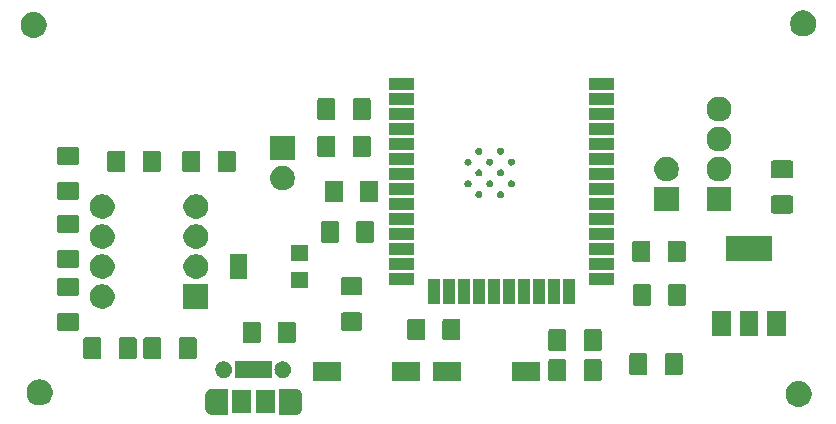
<source format=gts>
G04 #@! TF.GenerationSoftware,KiCad,Pcbnew,(5.1.5)-3*
G04 #@! TF.CreationDate,2021-04-15T13:44:04+02:00*
G04 #@! TF.ProjectId,Copy_bachelorproef morse,436f7079-5f62-4616-9368-656c6f727072,rev?*
G04 #@! TF.SameCoordinates,Original*
G04 #@! TF.FileFunction,Soldermask,Top*
G04 #@! TF.FilePolarity,Negative*
%FSLAX46Y46*%
G04 Gerber Fmt 4.6, Leading zero omitted, Abs format (unit mm)*
G04 Created by KiCad (PCBNEW (5.1.5)-3) date 2021-04-15 13:44:04*
%MOMM*%
%LPD*%
G04 APERTURE LIST*
%ADD10C,0.000100*%
%ADD11C,0.100000*%
G04 APERTURE END LIST*
D10*
G36*
X106926500Y-102455000D02*
G01*
X108226500Y-102455000D01*
X108226500Y-104555000D01*
X106926500Y-104555000D01*
X106896410Y-104554210D01*
X106866400Y-104551850D01*
X106836550Y-104547920D01*
X106806950Y-104542430D01*
X106777680Y-104535410D01*
X106748820Y-104526860D01*
X106720440Y-104516810D01*
X106692630Y-104505290D01*
X106665460Y-104492329D01*
X106639000Y-104477965D01*
X106613330Y-104462236D01*
X106588520Y-104445185D01*
X106564640Y-104426859D01*
X106541750Y-104407308D01*
X106519910Y-104386586D01*
X106499190Y-104364750D01*
X106479640Y-104341859D01*
X106461320Y-104317977D01*
X106444260Y-104293167D01*
X106428540Y-104267500D01*
X106414170Y-104241045D01*
X106401210Y-104213874D01*
X106389690Y-104186062D01*
X106379640Y-104157685D01*
X106371090Y-104128821D01*
X106364070Y-104099549D01*
X106358580Y-104069950D01*
X106354650Y-104040104D01*
X106352290Y-104010093D01*
X106351500Y-103980000D01*
X106351500Y-103030000D01*
X106352290Y-102999907D01*
X106354650Y-102969896D01*
X106358580Y-102940050D01*
X106364070Y-102910451D01*
X106371090Y-102881179D01*
X106379640Y-102852315D01*
X106389690Y-102823938D01*
X106401210Y-102796126D01*
X106414170Y-102768955D01*
X106428540Y-102742500D01*
X106444260Y-102716833D01*
X106461320Y-102692023D01*
X106479640Y-102668141D01*
X106499190Y-102645250D01*
X106519910Y-102623414D01*
X106541750Y-102602692D01*
X106564640Y-102583141D01*
X106588520Y-102564815D01*
X106613330Y-102547764D01*
X106639000Y-102532035D01*
X106665460Y-102517671D01*
X106692630Y-102504710D01*
X106720440Y-102493190D01*
X106748820Y-102483140D01*
X106777680Y-102474590D01*
X106806950Y-102467570D01*
X106836550Y-102462080D01*
X106866400Y-102458150D01*
X106896410Y-102455790D01*
X106926500Y-102455000D01*
G37*
X106926500Y-102455000D02*
X108226500Y-102455000D01*
X108226500Y-104555000D01*
X106926500Y-104555000D01*
X106896410Y-104554210D01*
X106866400Y-104551850D01*
X106836550Y-104547920D01*
X106806950Y-104542430D01*
X106777680Y-104535410D01*
X106748820Y-104526860D01*
X106720440Y-104516810D01*
X106692630Y-104505290D01*
X106665460Y-104492329D01*
X106639000Y-104477965D01*
X106613330Y-104462236D01*
X106588520Y-104445185D01*
X106564640Y-104426859D01*
X106541750Y-104407308D01*
X106519910Y-104386586D01*
X106499190Y-104364750D01*
X106479640Y-104341859D01*
X106461320Y-104317977D01*
X106444260Y-104293167D01*
X106428540Y-104267500D01*
X106414170Y-104241045D01*
X106401210Y-104213874D01*
X106389690Y-104186062D01*
X106379640Y-104157685D01*
X106371090Y-104128821D01*
X106364070Y-104099549D01*
X106358580Y-104069950D01*
X106354650Y-104040104D01*
X106352290Y-104010093D01*
X106351500Y-103980000D01*
X106351500Y-103030000D01*
X106352290Y-102999907D01*
X106354650Y-102969896D01*
X106358580Y-102940050D01*
X106364070Y-102910451D01*
X106371090Y-102881179D01*
X106379640Y-102852315D01*
X106389690Y-102823938D01*
X106401210Y-102796126D01*
X106414170Y-102768955D01*
X106428540Y-102742500D01*
X106444260Y-102716833D01*
X106461320Y-102692023D01*
X106479640Y-102668141D01*
X106499190Y-102645250D01*
X106519910Y-102623414D01*
X106541750Y-102602692D01*
X106564640Y-102583141D01*
X106588520Y-102564815D01*
X106613330Y-102547764D01*
X106639000Y-102532035D01*
X106665460Y-102517671D01*
X106692630Y-102504710D01*
X106720440Y-102493190D01*
X106748820Y-102483140D01*
X106777680Y-102474590D01*
X106806950Y-102467570D01*
X106836550Y-102462080D01*
X106866400Y-102458150D01*
X106896410Y-102455790D01*
X106926500Y-102455000D01*
G36*
X113926500Y-102455000D02*
G01*
X112626500Y-102455000D01*
X112626500Y-104555000D01*
X113926500Y-104555000D01*
X113956590Y-104554210D01*
X113986600Y-104551850D01*
X114016450Y-104547920D01*
X114046050Y-104542430D01*
X114075320Y-104535410D01*
X114104180Y-104526860D01*
X114132560Y-104516810D01*
X114160370Y-104505290D01*
X114187540Y-104492329D01*
X114214000Y-104477965D01*
X114239670Y-104462236D01*
X114264480Y-104445185D01*
X114288360Y-104426859D01*
X114311250Y-104407308D01*
X114333090Y-104386586D01*
X114353810Y-104364750D01*
X114373360Y-104341859D01*
X114391680Y-104317977D01*
X114408740Y-104293167D01*
X114424460Y-104267500D01*
X114438830Y-104241045D01*
X114451790Y-104213874D01*
X114463310Y-104186062D01*
X114473360Y-104157685D01*
X114481910Y-104128821D01*
X114488930Y-104099549D01*
X114494420Y-104069950D01*
X114498350Y-104040104D01*
X114500710Y-104010093D01*
X114501500Y-103980000D01*
X114501500Y-103030000D01*
X114500710Y-102999907D01*
X114498350Y-102969896D01*
X114494420Y-102940050D01*
X114488930Y-102910451D01*
X114481910Y-102881179D01*
X114473360Y-102852315D01*
X114463310Y-102823938D01*
X114451790Y-102796126D01*
X114438830Y-102768955D01*
X114424460Y-102742500D01*
X114408740Y-102716833D01*
X114391680Y-102692023D01*
X114373360Y-102668141D01*
X114353810Y-102645250D01*
X114333090Y-102623414D01*
X114311250Y-102602692D01*
X114288360Y-102583141D01*
X114264480Y-102564815D01*
X114239670Y-102547764D01*
X114214000Y-102532035D01*
X114187540Y-102517671D01*
X114160370Y-102504710D01*
X114132560Y-102493190D01*
X114104180Y-102483140D01*
X114075320Y-102474590D01*
X114046050Y-102467570D01*
X114016450Y-102462080D01*
X113986600Y-102458150D01*
X113956590Y-102455790D01*
X113926500Y-102455000D01*
G37*
X113926500Y-102455000D02*
X112626500Y-102455000D01*
X112626500Y-104555000D01*
X113926500Y-104555000D01*
X113956590Y-104554210D01*
X113986600Y-104551850D01*
X114016450Y-104547920D01*
X114046050Y-104542430D01*
X114075320Y-104535410D01*
X114104180Y-104526860D01*
X114132560Y-104516810D01*
X114160370Y-104505290D01*
X114187540Y-104492329D01*
X114214000Y-104477965D01*
X114239670Y-104462236D01*
X114264480Y-104445185D01*
X114288360Y-104426859D01*
X114311250Y-104407308D01*
X114333090Y-104386586D01*
X114353810Y-104364750D01*
X114373360Y-104341859D01*
X114391680Y-104317977D01*
X114408740Y-104293167D01*
X114424460Y-104267500D01*
X114438830Y-104241045D01*
X114451790Y-104213874D01*
X114463310Y-104186062D01*
X114473360Y-104157685D01*
X114481910Y-104128821D01*
X114488930Y-104099549D01*
X114494420Y-104069950D01*
X114498350Y-104040104D01*
X114500710Y-104010093D01*
X114501500Y-103980000D01*
X114501500Y-103030000D01*
X114500710Y-102999907D01*
X114498350Y-102969896D01*
X114494420Y-102940050D01*
X114488930Y-102910451D01*
X114481910Y-102881179D01*
X114473360Y-102852315D01*
X114463310Y-102823938D01*
X114451790Y-102796126D01*
X114438830Y-102768955D01*
X114424460Y-102742500D01*
X114408740Y-102716833D01*
X114391680Y-102692023D01*
X114373360Y-102668141D01*
X114353810Y-102645250D01*
X114333090Y-102623414D01*
X114311250Y-102602692D01*
X114288360Y-102583141D01*
X114264480Y-102564815D01*
X114239670Y-102547764D01*
X114214000Y-102532035D01*
X114187540Y-102517671D01*
X114160370Y-102504710D01*
X114132560Y-102493190D01*
X114104180Y-102483140D01*
X114075320Y-102474590D01*
X114046050Y-102467570D01*
X114016450Y-102462080D01*
X113986600Y-102458150D01*
X113956590Y-102455790D01*
X113926500Y-102455000D01*
D11*
G36*
X114029613Y-102511611D02*
G01*
X114128764Y-102541688D01*
X114220144Y-102590531D01*
X114300238Y-102656262D01*
X114365969Y-102736356D01*
X114414812Y-102827735D01*
X114444889Y-102926886D01*
X114452500Y-103004161D01*
X114452500Y-104005839D01*
X114444889Y-104083114D01*
X114414812Y-104182265D01*
X114365969Y-104273644D01*
X114300238Y-104353738D01*
X114220144Y-104419469D01*
X114128765Y-104468312D01*
X114029614Y-104498389D01*
X113926500Y-104508545D01*
X113823387Y-104498389D01*
X113724236Y-104468312D01*
X113632857Y-104419469D01*
X113552763Y-104353738D01*
X113487032Y-104273644D01*
X113438189Y-104182265D01*
X113408112Y-104083114D01*
X113400501Y-104005839D01*
X113400500Y-103004162D01*
X113408111Y-102926887D01*
X113438188Y-102827736D01*
X113487031Y-102736356D01*
X113552762Y-102656262D01*
X113632856Y-102590531D01*
X113724235Y-102541688D01*
X113823386Y-102511611D01*
X113926500Y-102501455D01*
X114029613Y-102511611D01*
G37*
G36*
X112227500Y-104506000D02*
G01*
X110625500Y-104506000D01*
X110625500Y-102504000D01*
X112227500Y-102504000D01*
X112227500Y-104506000D01*
G37*
G36*
X110227500Y-104506000D02*
G01*
X108625500Y-104506000D01*
X108625500Y-102504000D01*
X110227500Y-102504000D01*
X110227500Y-104506000D01*
G37*
G36*
X156805795Y-101790156D02*
G01*
X156912150Y-101811311D01*
X157012334Y-101852809D01*
X157112520Y-101894307D01*
X157292844Y-102014795D01*
X157446205Y-102168156D01*
X157566693Y-102348480D01*
X157566693Y-102348481D01*
X157646723Y-102541689D01*
X157649689Y-102548851D01*
X157692000Y-102761560D01*
X157692000Y-102978440D01*
X157649689Y-103191149D01*
X157566693Y-103391520D01*
X157446205Y-103571844D01*
X157292844Y-103725205D01*
X157112520Y-103845693D01*
X156912150Y-103928689D01*
X156805794Y-103949845D01*
X156699440Y-103971000D01*
X156482560Y-103971000D01*
X156376206Y-103949845D01*
X156269850Y-103928689D01*
X156069480Y-103845693D01*
X155889156Y-103725205D01*
X155735795Y-103571844D01*
X155615307Y-103391520D01*
X155532311Y-103191149D01*
X155490000Y-102978440D01*
X155490000Y-102761560D01*
X155532311Y-102548851D01*
X155535278Y-102541689D01*
X155615307Y-102348481D01*
X155615307Y-102348480D01*
X155735795Y-102168156D01*
X155889156Y-102014795D01*
X156069480Y-101894307D01*
X156169666Y-101852809D01*
X156269850Y-101811311D01*
X156376206Y-101790155D01*
X156482560Y-101769000D01*
X156699440Y-101769000D01*
X156805795Y-101790156D01*
G37*
G36*
X92543794Y-101663155D02*
G01*
X92650150Y-101684311D01*
X92733539Y-101718852D01*
X92850520Y-101767307D01*
X93030844Y-101887795D01*
X93184205Y-102041156D01*
X93304693Y-102221480D01*
X93387689Y-102421851D01*
X93430000Y-102634560D01*
X93430000Y-102851440D01*
X93387689Y-103064149D01*
X93304693Y-103264520D01*
X93184205Y-103444844D01*
X93030844Y-103598205D01*
X92850520Y-103718693D01*
X92750334Y-103760191D01*
X92650150Y-103801689D01*
X92543795Y-103822844D01*
X92437440Y-103844000D01*
X92220560Y-103844000D01*
X92114205Y-103822844D01*
X92007850Y-103801689D01*
X91807480Y-103718693D01*
X91627156Y-103598205D01*
X91473795Y-103444844D01*
X91353307Y-103264520D01*
X91270311Y-103064149D01*
X91228000Y-102851440D01*
X91228000Y-102634560D01*
X91270311Y-102421851D01*
X91353307Y-102221480D01*
X91473795Y-102041156D01*
X91627156Y-101887795D01*
X91807480Y-101767307D01*
X91924461Y-101718852D01*
X92007850Y-101684311D01*
X92114205Y-101663156D01*
X92220560Y-101642000D01*
X92437440Y-101642000D01*
X92543794Y-101663155D01*
G37*
G36*
X117866000Y-101766000D02*
G01*
X115464000Y-101766000D01*
X115464000Y-100164000D01*
X117866000Y-100164000D01*
X117866000Y-101766000D01*
G37*
G36*
X134726000Y-101766000D02*
G01*
X132324000Y-101766000D01*
X132324000Y-100164000D01*
X134726000Y-100164000D01*
X134726000Y-101766000D01*
G37*
G36*
X124566000Y-101766000D02*
G01*
X122164000Y-101766000D01*
X122164000Y-100164000D01*
X124566000Y-100164000D01*
X124566000Y-101766000D01*
G37*
G36*
X128026000Y-101766000D02*
G01*
X125624000Y-101766000D01*
X125624000Y-100164000D01*
X128026000Y-100164000D01*
X128026000Y-101766000D01*
G37*
G36*
X139768562Y-99916181D02*
G01*
X139803481Y-99926774D01*
X139835663Y-99943976D01*
X139863873Y-99967127D01*
X139887024Y-99995337D01*
X139904226Y-100027519D01*
X139914819Y-100062438D01*
X139919000Y-100104895D01*
X139919000Y-101571105D01*
X139914819Y-101613562D01*
X139904226Y-101648481D01*
X139887024Y-101680663D01*
X139863873Y-101708873D01*
X139835663Y-101732024D01*
X139803481Y-101749226D01*
X139768562Y-101759819D01*
X139726105Y-101764000D01*
X138584895Y-101764000D01*
X138542438Y-101759819D01*
X138507519Y-101749226D01*
X138475337Y-101732024D01*
X138447127Y-101708873D01*
X138423976Y-101680663D01*
X138406774Y-101648481D01*
X138396181Y-101613562D01*
X138392000Y-101571105D01*
X138392000Y-100104895D01*
X138396181Y-100062438D01*
X138406774Y-100027519D01*
X138423976Y-99995337D01*
X138447127Y-99967127D01*
X138475337Y-99943976D01*
X138507519Y-99926774D01*
X138542438Y-99916181D01*
X138584895Y-99912000D01*
X139726105Y-99912000D01*
X139768562Y-99916181D01*
G37*
G36*
X136793562Y-99916181D02*
G01*
X136828481Y-99926774D01*
X136860663Y-99943976D01*
X136888873Y-99967127D01*
X136912024Y-99995337D01*
X136929226Y-100027519D01*
X136939819Y-100062438D01*
X136944000Y-100104895D01*
X136944000Y-101571105D01*
X136939819Y-101613562D01*
X136929226Y-101648481D01*
X136912024Y-101680663D01*
X136888873Y-101708873D01*
X136860663Y-101732024D01*
X136828481Y-101749226D01*
X136793562Y-101759819D01*
X136751105Y-101764000D01*
X135609895Y-101764000D01*
X135567438Y-101759819D01*
X135532519Y-101749226D01*
X135500337Y-101732024D01*
X135472127Y-101708873D01*
X135448976Y-101680663D01*
X135431774Y-101648481D01*
X135421181Y-101613562D01*
X135417000Y-101571105D01*
X135417000Y-100104895D01*
X135421181Y-100062438D01*
X135431774Y-100027519D01*
X135448976Y-99995337D01*
X135472127Y-99967127D01*
X135500337Y-99943976D01*
X135532519Y-99926774D01*
X135567438Y-99916181D01*
X135609895Y-99912000D01*
X136751105Y-99912000D01*
X136793562Y-99916181D01*
G37*
G36*
X111977500Y-100713601D02*
G01*
X111979902Y-100737987D01*
X111987015Y-100761436D01*
X111998566Y-100783047D01*
X112014111Y-100801989D01*
X112017780Y-100805000D01*
X112014112Y-100808011D01*
X111998566Y-100826953D01*
X111987015Y-100848564D01*
X111979902Y-100872012D01*
X111977500Y-100896399D01*
X111977500Y-101556000D01*
X108875500Y-101556000D01*
X108875500Y-100896399D01*
X108873098Y-100872013D01*
X108865985Y-100848564D01*
X108854434Y-100826953D01*
X108838889Y-100808011D01*
X108835220Y-100805000D01*
X108838888Y-100801989D01*
X108854434Y-100783047D01*
X108865985Y-100761436D01*
X108873098Y-100737988D01*
X108875500Y-100713601D01*
X108875500Y-100104000D01*
X111977500Y-100104000D01*
X111977500Y-100713601D01*
G37*
G36*
X108130973Y-100130938D02*
G01*
X108258549Y-100183782D01*
X108373359Y-100260495D01*
X108471005Y-100358141D01*
X108547718Y-100472951D01*
X108600562Y-100600527D01*
X108627904Y-100737987D01*
X108635017Y-100761436D01*
X108646568Y-100783046D01*
X108662113Y-100801988D01*
X108665782Y-100805000D01*
X108662113Y-100808011D01*
X108646568Y-100826953D01*
X108635017Y-100848564D01*
X108627904Y-100872013D01*
X108600562Y-101009473D01*
X108547718Y-101137049D01*
X108471005Y-101251859D01*
X108373359Y-101349505D01*
X108258549Y-101426218D01*
X108130973Y-101479062D01*
X107995544Y-101506000D01*
X107857456Y-101506000D01*
X107722027Y-101479062D01*
X107594451Y-101426218D01*
X107479641Y-101349505D01*
X107381995Y-101251859D01*
X107305282Y-101137049D01*
X107252438Y-101009473D01*
X107225500Y-100874044D01*
X107225500Y-100735956D01*
X107252438Y-100600527D01*
X107305282Y-100472951D01*
X107381995Y-100358141D01*
X107479641Y-100260495D01*
X107594451Y-100183782D01*
X107722027Y-100130938D01*
X107857456Y-100104000D01*
X107995544Y-100104000D01*
X108130973Y-100130938D01*
G37*
G36*
X113130973Y-100130938D02*
G01*
X113258549Y-100183782D01*
X113373359Y-100260495D01*
X113471005Y-100358141D01*
X113547718Y-100472951D01*
X113600562Y-100600527D01*
X113627500Y-100735956D01*
X113627500Y-100874044D01*
X113600562Y-101009473D01*
X113547718Y-101137049D01*
X113471005Y-101251859D01*
X113373359Y-101349505D01*
X113258549Y-101426218D01*
X113130973Y-101479062D01*
X112995544Y-101506000D01*
X112857456Y-101506000D01*
X112722027Y-101479062D01*
X112594451Y-101426218D01*
X112479641Y-101349505D01*
X112381995Y-101251859D01*
X112305282Y-101137049D01*
X112252438Y-101009473D01*
X112225096Y-100872013D01*
X112217983Y-100848564D01*
X112206432Y-100826954D01*
X112190887Y-100808012D01*
X112187218Y-100805000D01*
X112190887Y-100801989D01*
X112206432Y-100783047D01*
X112217983Y-100761436D01*
X112225096Y-100737987D01*
X112252438Y-100600527D01*
X112305282Y-100472951D01*
X112381995Y-100358141D01*
X112479641Y-100260495D01*
X112594451Y-100183782D01*
X112722027Y-100130938D01*
X112857456Y-100104000D01*
X112995544Y-100104000D01*
X113130973Y-100130938D01*
G37*
G36*
X146626562Y-99408181D02*
G01*
X146661481Y-99418774D01*
X146693663Y-99435976D01*
X146721873Y-99459127D01*
X146745024Y-99487337D01*
X146762226Y-99519519D01*
X146772819Y-99554438D01*
X146777000Y-99596895D01*
X146777000Y-101063105D01*
X146772819Y-101105562D01*
X146762226Y-101140481D01*
X146745024Y-101172663D01*
X146721873Y-101200873D01*
X146693663Y-101224024D01*
X146661481Y-101241226D01*
X146626562Y-101251819D01*
X146584105Y-101256000D01*
X145442895Y-101256000D01*
X145400438Y-101251819D01*
X145365519Y-101241226D01*
X145333337Y-101224024D01*
X145305127Y-101200873D01*
X145281976Y-101172663D01*
X145264774Y-101140481D01*
X145254181Y-101105562D01*
X145250000Y-101063105D01*
X145250000Y-99596895D01*
X145254181Y-99554438D01*
X145264774Y-99519519D01*
X145281976Y-99487337D01*
X145305127Y-99459127D01*
X145333337Y-99435976D01*
X145365519Y-99418774D01*
X145400438Y-99408181D01*
X145442895Y-99404000D01*
X146584105Y-99404000D01*
X146626562Y-99408181D01*
G37*
G36*
X143651562Y-99408181D02*
G01*
X143686481Y-99418774D01*
X143718663Y-99435976D01*
X143746873Y-99459127D01*
X143770024Y-99487337D01*
X143787226Y-99519519D01*
X143797819Y-99554438D01*
X143802000Y-99596895D01*
X143802000Y-101063105D01*
X143797819Y-101105562D01*
X143787226Y-101140481D01*
X143770024Y-101172663D01*
X143746873Y-101200873D01*
X143718663Y-101224024D01*
X143686481Y-101241226D01*
X143651562Y-101251819D01*
X143609105Y-101256000D01*
X142467895Y-101256000D01*
X142425438Y-101251819D01*
X142390519Y-101241226D01*
X142358337Y-101224024D01*
X142330127Y-101200873D01*
X142306976Y-101172663D01*
X142289774Y-101140481D01*
X142279181Y-101105562D01*
X142275000Y-101063105D01*
X142275000Y-99596895D01*
X142279181Y-99554438D01*
X142289774Y-99519519D01*
X142306976Y-99487337D01*
X142330127Y-99459127D01*
X142358337Y-99435976D01*
X142390519Y-99418774D01*
X142425438Y-99408181D01*
X142467895Y-99404000D01*
X143609105Y-99404000D01*
X143651562Y-99408181D01*
G37*
G36*
X105478562Y-98074681D02*
G01*
X105513481Y-98085274D01*
X105545663Y-98102476D01*
X105573873Y-98125627D01*
X105597024Y-98153837D01*
X105614226Y-98186019D01*
X105624819Y-98220938D01*
X105629000Y-98263395D01*
X105629000Y-99729605D01*
X105624819Y-99772062D01*
X105614226Y-99806981D01*
X105597024Y-99839163D01*
X105573873Y-99867373D01*
X105545663Y-99890524D01*
X105513481Y-99907726D01*
X105478562Y-99918319D01*
X105436105Y-99922500D01*
X104294895Y-99922500D01*
X104252438Y-99918319D01*
X104217519Y-99907726D01*
X104185337Y-99890524D01*
X104157127Y-99867373D01*
X104133976Y-99839163D01*
X104116774Y-99806981D01*
X104106181Y-99772062D01*
X104102000Y-99729605D01*
X104102000Y-98263395D01*
X104106181Y-98220938D01*
X104116774Y-98186019D01*
X104133976Y-98153837D01*
X104157127Y-98125627D01*
X104185337Y-98102476D01*
X104217519Y-98085274D01*
X104252438Y-98074681D01*
X104294895Y-98070500D01*
X105436105Y-98070500D01*
X105478562Y-98074681D01*
G37*
G36*
X97423562Y-98074681D02*
G01*
X97458481Y-98085274D01*
X97490663Y-98102476D01*
X97518873Y-98125627D01*
X97542024Y-98153837D01*
X97559226Y-98186019D01*
X97569819Y-98220938D01*
X97574000Y-98263395D01*
X97574000Y-99729605D01*
X97569819Y-99772062D01*
X97559226Y-99806981D01*
X97542024Y-99839163D01*
X97518873Y-99867373D01*
X97490663Y-99890524D01*
X97458481Y-99907726D01*
X97423562Y-99918319D01*
X97381105Y-99922500D01*
X96239895Y-99922500D01*
X96197438Y-99918319D01*
X96162519Y-99907726D01*
X96130337Y-99890524D01*
X96102127Y-99867373D01*
X96078976Y-99839163D01*
X96061774Y-99806981D01*
X96051181Y-99772062D01*
X96047000Y-99729605D01*
X96047000Y-98263395D01*
X96051181Y-98220938D01*
X96061774Y-98186019D01*
X96078976Y-98153837D01*
X96102127Y-98125627D01*
X96130337Y-98102476D01*
X96162519Y-98085274D01*
X96197438Y-98074681D01*
X96239895Y-98070500D01*
X97381105Y-98070500D01*
X97423562Y-98074681D01*
G37*
G36*
X100398562Y-98074681D02*
G01*
X100433481Y-98085274D01*
X100465663Y-98102476D01*
X100493873Y-98125627D01*
X100517024Y-98153837D01*
X100534226Y-98186019D01*
X100544819Y-98220938D01*
X100549000Y-98263395D01*
X100549000Y-99729605D01*
X100544819Y-99772062D01*
X100534226Y-99806981D01*
X100517024Y-99839163D01*
X100493873Y-99867373D01*
X100465663Y-99890524D01*
X100433481Y-99907726D01*
X100398562Y-99918319D01*
X100356105Y-99922500D01*
X99214895Y-99922500D01*
X99172438Y-99918319D01*
X99137519Y-99907726D01*
X99105337Y-99890524D01*
X99077127Y-99867373D01*
X99053976Y-99839163D01*
X99036774Y-99806981D01*
X99026181Y-99772062D01*
X99022000Y-99729605D01*
X99022000Y-98263395D01*
X99026181Y-98220938D01*
X99036774Y-98186019D01*
X99053976Y-98153837D01*
X99077127Y-98125627D01*
X99105337Y-98102476D01*
X99137519Y-98085274D01*
X99172438Y-98074681D01*
X99214895Y-98070500D01*
X100356105Y-98070500D01*
X100398562Y-98074681D01*
G37*
G36*
X102503562Y-98074681D02*
G01*
X102538481Y-98085274D01*
X102570663Y-98102476D01*
X102598873Y-98125627D01*
X102622024Y-98153837D01*
X102639226Y-98186019D01*
X102649819Y-98220938D01*
X102654000Y-98263395D01*
X102654000Y-99729605D01*
X102649819Y-99772062D01*
X102639226Y-99806981D01*
X102622024Y-99839163D01*
X102598873Y-99867373D01*
X102570663Y-99890524D01*
X102538481Y-99907726D01*
X102503562Y-99918319D01*
X102461105Y-99922500D01*
X101319895Y-99922500D01*
X101277438Y-99918319D01*
X101242519Y-99907726D01*
X101210337Y-99890524D01*
X101182127Y-99867373D01*
X101158976Y-99839163D01*
X101141774Y-99806981D01*
X101131181Y-99772062D01*
X101127000Y-99729605D01*
X101127000Y-98263395D01*
X101131181Y-98220938D01*
X101141774Y-98186019D01*
X101158976Y-98153837D01*
X101182127Y-98125627D01*
X101210337Y-98102476D01*
X101242519Y-98085274D01*
X101277438Y-98074681D01*
X101319895Y-98070500D01*
X102461105Y-98070500D01*
X102503562Y-98074681D01*
G37*
G36*
X136793562Y-97376181D02*
G01*
X136828481Y-97386774D01*
X136860663Y-97403976D01*
X136888873Y-97427127D01*
X136912024Y-97455337D01*
X136929226Y-97487519D01*
X136939819Y-97522438D01*
X136944000Y-97564895D01*
X136944000Y-99031105D01*
X136939819Y-99073562D01*
X136929226Y-99108481D01*
X136912024Y-99140663D01*
X136888873Y-99168873D01*
X136860663Y-99192024D01*
X136828481Y-99209226D01*
X136793562Y-99219819D01*
X136751105Y-99224000D01*
X135609895Y-99224000D01*
X135567438Y-99219819D01*
X135532519Y-99209226D01*
X135500337Y-99192024D01*
X135472127Y-99168873D01*
X135448976Y-99140663D01*
X135431774Y-99108481D01*
X135421181Y-99073562D01*
X135417000Y-99031105D01*
X135417000Y-97564895D01*
X135421181Y-97522438D01*
X135431774Y-97487519D01*
X135448976Y-97455337D01*
X135472127Y-97427127D01*
X135500337Y-97403976D01*
X135532519Y-97386774D01*
X135567438Y-97376181D01*
X135609895Y-97372000D01*
X136751105Y-97372000D01*
X136793562Y-97376181D01*
G37*
G36*
X139768562Y-97376181D02*
G01*
X139803481Y-97386774D01*
X139835663Y-97403976D01*
X139863873Y-97427127D01*
X139887024Y-97455337D01*
X139904226Y-97487519D01*
X139914819Y-97522438D01*
X139919000Y-97564895D01*
X139919000Y-99031105D01*
X139914819Y-99073562D01*
X139904226Y-99108481D01*
X139887024Y-99140663D01*
X139863873Y-99168873D01*
X139835663Y-99192024D01*
X139803481Y-99209226D01*
X139768562Y-99219819D01*
X139726105Y-99224000D01*
X138584895Y-99224000D01*
X138542438Y-99219819D01*
X138507519Y-99209226D01*
X138475337Y-99192024D01*
X138447127Y-99168873D01*
X138423976Y-99140663D01*
X138406774Y-99108481D01*
X138396181Y-99073562D01*
X138392000Y-99031105D01*
X138392000Y-97564895D01*
X138396181Y-97522438D01*
X138406774Y-97487519D01*
X138423976Y-97455337D01*
X138447127Y-97427127D01*
X138475337Y-97403976D01*
X138507519Y-97386774D01*
X138542438Y-97376181D01*
X138584895Y-97372000D01*
X139726105Y-97372000D01*
X139768562Y-97376181D01*
G37*
G36*
X113869562Y-96741181D02*
G01*
X113904481Y-96751774D01*
X113936663Y-96768976D01*
X113964873Y-96792127D01*
X113988024Y-96820337D01*
X114005226Y-96852519D01*
X114015819Y-96887438D01*
X114020000Y-96929895D01*
X114020000Y-98396105D01*
X114015819Y-98438562D01*
X114005226Y-98473481D01*
X113988024Y-98505663D01*
X113964873Y-98533873D01*
X113936663Y-98557024D01*
X113904481Y-98574226D01*
X113869562Y-98584819D01*
X113827105Y-98589000D01*
X112685895Y-98589000D01*
X112643438Y-98584819D01*
X112608519Y-98574226D01*
X112576337Y-98557024D01*
X112548127Y-98533873D01*
X112524976Y-98505663D01*
X112507774Y-98473481D01*
X112497181Y-98438562D01*
X112493000Y-98396105D01*
X112493000Y-96929895D01*
X112497181Y-96887438D01*
X112507774Y-96852519D01*
X112524976Y-96820337D01*
X112548127Y-96792127D01*
X112576337Y-96768976D01*
X112608519Y-96751774D01*
X112643438Y-96741181D01*
X112685895Y-96737000D01*
X113827105Y-96737000D01*
X113869562Y-96741181D01*
G37*
G36*
X110894562Y-96741181D02*
G01*
X110929481Y-96751774D01*
X110961663Y-96768976D01*
X110989873Y-96792127D01*
X111013024Y-96820337D01*
X111030226Y-96852519D01*
X111040819Y-96887438D01*
X111045000Y-96929895D01*
X111045000Y-98396105D01*
X111040819Y-98438562D01*
X111030226Y-98473481D01*
X111013024Y-98505663D01*
X110989873Y-98533873D01*
X110961663Y-98557024D01*
X110929481Y-98574226D01*
X110894562Y-98584819D01*
X110852105Y-98589000D01*
X109710895Y-98589000D01*
X109668438Y-98584819D01*
X109633519Y-98574226D01*
X109601337Y-98557024D01*
X109573127Y-98533873D01*
X109549976Y-98505663D01*
X109532774Y-98473481D01*
X109522181Y-98438562D01*
X109518000Y-98396105D01*
X109518000Y-96929895D01*
X109522181Y-96887438D01*
X109532774Y-96852519D01*
X109549976Y-96820337D01*
X109573127Y-96792127D01*
X109601337Y-96768976D01*
X109633519Y-96751774D01*
X109668438Y-96741181D01*
X109710895Y-96737000D01*
X110852105Y-96737000D01*
X110894562Y-96741181D01*
G37*
G36*
X127821562Y-96487181D02*
G01*
X127856481Y-96497774D01*
X127888663Y-96514976D01*
X127916873Y-96538127D01*
X127940024Y-96566337D01*
X127957226Y-96598519D01*
X127967819Y-96633438D01*
X127972000Y-96675895D01*
X127972000Y-98142105D01*
X127967819Y-98184562D01*
X127957226Y-98219481D01*
X127940024Y-98251663D01*
X127916873Y-98279873D01*
X127888663Y-98303024D01*
X127856481Y-98320226D01*
X127821562Y-98330819D01*
X127779105Y-98335000D01*
X126637895Y-98335000D01*
X126595438Y-98330819D01*
X126560519Y-98320226D01*
X126528337Y-98303024D01*
X126500127Y-98279873D01*
X126476976Y-98251663D01*
X126459774Y-98219481D01*
X126449181Y-98184562D01*
X126445000Y-98142105D01*
X126445000Y-96675895D01*
X126449181Y-96633438D01*
X126459774Y-96598519D01*
X126476976Y-96566337D01*
X126500127Y-96538127D01*
X126528337Y-96514976D01*
X126560519Y-96497774D01*
X126595438Y-96487181D01*
X126637895Y-96483000D01*
X127779105Y-96483000D01*
X127821562Y-96487181D01*
G37*
G36*
X124846562Y-96487181D02*
G01*
X124881481Y-96497774D01*
X124913663Y-96514976D01*
X124941873Y-96538127D01*
X124965024Y-96566337D01*
X124982226Y-96598519D01*
X124992819Y-96633438D01*
X124997000Y-96675895D01*
X124997000Y-98142105D01*
X124992819Y-98184562D01*
X124982226Y-98219481D01*
X124965024Y-98251663D01*
X124941873Y-98279873D01*
X124913663Y-98303024D01*
X124881481Y-98320226D01*
X124846562Y-98330819D01*
X124804105Y-98335000D01*
X123662895Y-98335000D01*
X123620438Y-98330819D01*
X123585519Y-98320226D01*
X123553337Y-98303024D01*
X123525127Y-98279873D01*
X123501976Y-98251663D01*
X123484774Y-98219481D01*
X123474181Y-98184562D01*
X123470000Y-98142105D01*
X123470000Y-96675895D01*
X123474181Y-96633438D01*
X123484774Y-96598519D01*
X123501976Y-96566337D01*
X123525127Y-96538127D01*
X123553337Y-96514976D01*
X123585519Y-96497774D01*
X123620438Y-96487181D01*
X123662895Y-96483000D01*
X124804105Y-96483000D01*
X124846562Y-96487181D01*
G37*
G36*
X150901000Y-97927000D02*
G01*
X149299000Y-97927000D01*
X149299000Y-95825000D01*
X150901000Y-95825000D01*
X150901000Y-97927000D01*
G37*
G36*
X155501000Y-97927000D02*
G01*
X153899000Y-97927000D01*
X153899000Y-95825000D01*
X155501000Y-95825000D01*
X155501000Y-97927000D01*
G37*
G36*
X153201000Y-97927000D02*
G01*
X151599000Y-97927000D01*
X151599000Y-95825000D01*
X153201000Y-95825000D01*
X153201000Y-97927000D01*
G37*
G36*
X95517562Y-96014681D02*
G01*
X95552481Y-96025274D01*
X95584663Y-96042476D01*
X95612873Y-96065627D01*
X95636024Y-96093837D01*
X95653226Y-96126019D01*
X95663819Y-96160938D01*
X95668000Y-96203395D01*
X95668000Y-97344605D01*
X95663819Y-97387062D01*
X95653226Y-97421981D01*
X95636024Y-97454163D01*
X95612873Y-97482373D01*
X95584663Y-97505524D01*
X95552481Y-97522726D01*
X95517562Y-97533319D01*
X95475105Y-97537500D01*
X94008895Y-97537500D01*
X93966438Y-97533319D01*
X93931519Y-97522726D01*
X93899337Y-97505524D01*
X93871127Y-97482373D01*
X93847976Y-97454163D01*
X93830774Y-97421981D01*
X93820181Y-97387062D01*
X93816000Y-97344605D01*
X93816000Y-96203395D01*
X93820181Y-96160938D01*
X93830774Y-96126019D01*
X93847976Y-96093837D01*
X93871127Y-96065627D01*
X93899337Y-96042476D01*
X93931519Y-96025274D01*
X93966438Y-96014681D01*
X94008895Y-96010500D01*
X95475105Y-96010500D01*
X95517562Y-96014681D01*
G37*
G36*
X119520562Y-95978181D02*
G01*
X119555481Y-95988774D01*
X119587663Y-96005976D01*
X119615873Y-96029127D01*
X119639024Y-96057337D01*
X119656226Y-96089519D01*
X119666819Y-96124438D01*
X119671000Y-96166895D01*
X119671000Y-97308105D01*
X119666819Y-97350562D01*
X119656226Y-97385481D01*
X119639024Y-97417663D01*
X119615873Y-97445873D01*
X119587663Y-97469024D01*
X119555481Y-97486226D01*
X119520562Y-97496819D01*
X119478105Y-97501000D01*
X118011895Y-97501000D01*
X117969438Y-97496819D01*
X117934519Y-97486226D01*
X117902337Y-97469024D01*
X117874127Y-97445873D01*
X117850976Y-97417663D01*
X117833774Y-97385481D01*
X117823181Y-97350562D01*
X117819000Y-97308105D01*
X117819000Y-96166895D01*
X117823181Y-96124438D01*
X117833774Y-96089519D01*
X117850976Y-96057337D01*
X117874127Y-96029127D01*
X117902337Y-96005976D01*
X117934519Y-95988774D01*
X117969438Y-95978181D01*
X118011895Y-95974000D01*
X119478105Y-95974000D01*
X119520562Y-95978181D01*
G37*
G36*
X97936564Y-93604389D02*
G01*
X98121667Y-93681061D01*
X98127835Y-93683616D01*
X98268538Y-93777631D01*
X98299973Y-93798635D01*
X98446365Y-93945027D01*
X98561385Y-94117167D01*
X98640611Y-94308436D01*
X98681000Y-94511484D01*
X98681000Y-94718516D01*
X98640611Y-94921564D01*
X98561385Y-95112833D01*
X98561384Y-95112835D01*
X98446365Y-95284973D01*
X98299973Y-95431365D01*
X98127835Y-95546384D01*
X98127834Y-95546385D01*
X98127833Y-95546385D01*
X97936564Y-95625611D01*
X97733516Y-95666000D01*
X97526484Y-95666000D01*
X97323436Y-95625611D01*
X97132167Y-95546385D01*
X97132166Y-95546385D01*
X97132165Y-95546384D01*
X96960027Y-95431365D01*
X96813635Y-95284973D01*
X96698616Y-95112835D01*
X96698615Y-95112833D01*
X96619389Y-94921564D01*
X96579000Y-94718516D01*
X96579000Y-94511484D01*
X96619389Y-94308436D01*
X96698615Y-94117167D01*
X96813635Y-93945027D01*
X96960027Y-93798635D01*
X96991462Y-93777631D01*
X97132165Y-93683616D01*
X97138333Y-93681061D01*
X97323436Y-93604389D01*
X97526484Y-93564000D01*
X97733516Y-93564000D01*
X97936564Y-93604389D01*
G37*
G36*
X106621000Y-95666000D02*
G01*
X104519000Y-95666000D01*
X104519000Y-93564000D01*
X106621000Y-93564000D01*
X106621000Y-95666000D01*
G37*
G36*
X143942062Y-93566181D02*
G01*
X143976981Y-93576774D01*
X144009163Y-93593976D01*
X144037373Y-93617127D01*
X144060524Y-93645337D01*
X144077726Y-93677519D01*
X144088319Y-93712438D01*
X144092500Y-93754895D01*
X144092500Y-95221105D01*
X144088319Y-95263562D01*
X144077726Y-95298481D01*
X144060524Y-95330663D01*
X144037373Y-95358873D01*
X144009163Y-95382024D01*
X143976981Y-95399226D01*
X143942062Y-95409819D01*
X143899605Y-95414000D01*
X142758395Y-95414000D01*
X142715938Y-95409819D01*
X142681019Y-95399226D01*
X142648837Y-95382024D01*
X142620627Y-95358873D01*
X142597476Y-95330663D01*
X142580274Y-95298481D01*
X142569681Y-95263562D01*
X142565500Y-95221105D01*
X142565500Y-93754895D01*
X142569681Y-93712438D01*
X142580274Y-93677519D01*
X142597476Y-93645337D01*
X142620627Y-93617127D01*
X142648837Y-93593976D01*
X142681019Y-93576774D01*
X142715938Y-93566181D01*
X142758395Y-93562000D01*
X143899605Y-93562000D01*
X143942062Y-93566181D01*
G37*
G36*
X146917062Y-93566181D02*
G01*
X146951981Y-93576774D01*
X146984163Y-93593976D01*
X147012373Y-93617127D01*
X147035524Y-93645337D01*
X147052726Y-93677519D01*
X147063319Y-93712438D01*
X147067500Y-93754895D01*
X147067500Y-95221105D01*
X147063319Y-95263562D01*
X147052726Y-95298481D01*
X147035524Y-95330663D01*
X147012373Y-95358873D01*
X146984163Y-95382024D01*
X146951981Y-95399226D01*
X146917062Y-95409819D01*
X146874605Y-95414000D01*
X145733395Y-95414000D01*
X145690938Y-95409819D01*
X145656019Y-95399226D01*
X145623837Y-95382024D01*
X145595627Y-95358873D01*
X145572476Y-95330663D01*
X145555274Y-95298481D01*
X145544681Y-95263562D01*
X145540500Y-95221105D01*
X145540500Y-93754895D01*
X145544681Y-93712438D01*
X145555274Y-93677519D01*
X145572476Y-93645337D01*
X145595627Y-93617127D01*
X145623837Y-93593976D01*
X145656019Y-93576774D01*
X145690938Y-93566181D01*
X145733395Y-93562000D01*
X146874605Y-93562000D01*
X146917062Y-93566181D01*
G37*
G36*
X126231000Y-95216000D02*
G01*
X125229000Y-95216000D01*
X125229000Y-93114000D01*
X126231000Y-93114000D01*
X126231000Y-95216000D01*
G37*
G36*
X131311000Y-95216000D02*
G01*
X130309000Y-95216000D01*
X130309000Y-93114000D01*
X131311000Y-93114000D01*
X131311000Y-95216000D01*
G37*
G36*
X127501000Y-95216000D02*
G01*
X126499000Y-95216000D01*
X126499000Y-93114000D01*
X127501000Y-93114000D01*
X127501000Y-95216000D01*
G37*
G36*
X128771000Y-95216000D02*
G01*
X127769000Y-95216000D01*
X127769000Y-93114000D01*
X128771000Y-93114000D01*
X128771000Y-95216000D01*
G37*
G36*
X130041000Y-95216000D02*
G01*
X129039000Y-95216000D01*
X129039000Y-93114000D01*
X130041000Y-93114000D01*
X130041000Y-95216000D01*
G37*
G36*
X132581000Y-95216000D02*
G01*
X131579000Y-95216000D01*
X131579000Y-93114000D01*
X132581000Y-93114000D01*
X132581000Y-95216000D01*
G37*
G36*
X133851000Y-95216000D02*
G01*
X132849000Y-95216000D01*
X132849000Y-93114000D01*
X133851000Y-93114000D01*
X133851000Y-95216000D01*
G37*
G36*
X135121000Y-95216000D02*
G01*
X134119000Y-95216000D01*
X134119000Y-93114000D01*
X135121000Y-93114000D01*
X135121000Y-95216000D01*
G37*
G36*
X136391000Y-95216000D02*
G01*
X135389000Y-95216000D01*
X135389000Y-93114000D01*
X136391000Y-93114000D01*
X136391000Y-95216000D01*
G37*
G36*
X137661000Y-95216000D02*
G01*
X136659000Y-95216000D01*
X136659000Y-93114000D01*
X137661000Y-93114000D01*
X137661000Y-95216000D01*
G37*
G36*
X95517562Y-93039681D02*
G01*
X95552481Y-93050274D01*
X95584663Y-93067476D01*
X95612873Y-93090627D01*
X95636024Y-93118837D01*
X95653226Y-93151019D01*
X95663819Y-93185938D01*
X95668000Y-93228395D01*
X95668000Y-94369605D01*
X95663819Y-94412062D01*
X95653226Y-94446981D01*
X95636024Y-94479163D01*
X95612873Y-94507373D01*
X95584663Y-94530524D01*
X95552481Y-94547726D01*
X95517562Y-94558319D01*
X95475105Y-94562500D01*
X94008895Y-94562500D01*
X93966438Y-94558319D01*
X93931519Y-94547726D01*
X93899337Y-94530524D01*
X93871127Y-94507373D01*
X93847976Y-94479163D01*
X93830774Y-94446981D01*
X93820181Y-94412062D01*
X93816000Y-94369605D01*
X93816000Y-93228395D01*
X93820181Y-93185938D01*
X93830774Y-93151019D01*
X93847976Y-93118837D01*
X93871127Y-93090627D01*
X93899337Y-93067476D01*
X93931519Y-93050274D01*
X93966438Y-93039681D01*
X94008895Y-93035500D01*
X95475105Y-93035500D01*
X95517562Y-93039681D01*
G37*
G36*
X119520562Y-93003181D02*
G01*
X119555481Y-93013774D01*
X119587663Y-93030976D01*
X119615873Y-93054127D01*
X119639024Y-93082337D01*
X119656226Y-93114519D01*
X119666819Y-93149438D01*
X119671000Y-93191895D01*
X119671000Y-94333105D01*
X119666819Y-94375562D01*
X119656226Y-94410481D01*
X119639024Y-94442663D01*
X119615873Y-94470873D01*
X119587663Y-94494024D01*
X119555481Y-94511226D01*
X119520562Y-94521819D01*
X119478105Y-94526000D01*
X118011895Y-94526000D01*
X117969438Y-94521819D01*
X117934519Y-94511226D01*
X117902337Y-94494024D01*
X117874127Y-94470873D01*
X117850976Y-94442663D01*
X117833774Y-94410481D01*
X117823181Y-94375562D01*
X117819000Y-94333105D01*
X117819000Y-93191895D01*
X117823181Y-93149438D01*
X117833774Y-93114519D01*
X117850976Y-93082337D01*
X117874127Y-93054127D01*
X117902337Y-93030976D01*
X117934519Y-93013774D01*
X117969438Y-93003181D01*
X118011895Y-92999000D01*
X119478105Y-92999000D01*
X119520562Y-93003181D01*
G37*
G36*
X115061000Y-93926000D02*
G01*
X113659000Y-93926000D01*
X113659000Y-92524000D01*
X115061000Y-92524000D01*
X115061000Y-93926000D01*
G37*
G36*
X123996000Y-93666000D02*
G01*
X121894000Y-93666000D01*
X121894000Y-92664000D01*
X123996000Y-92664000D01*
X123996000Y-93666000D01*
G37*
G36*
X140996000Y-93666000D02*
G01*
X138894000Y-93666000D01*
X138894000Y-92664000D01*
X140996000Y-92664000D01*
X140996000Y-93666000D01*
G37*
G36*
X97936564Y-91064389D02*
G01*
X98127833Y-91143615D01*
X98127835Y-91143616D01*
X98299973Y-91258635D01*
X98446365Y-91405027D01*
X98553673Y-91565624D01*
X98561385Y-91577167D01*
X98640611Y-91768436D01*
X98681000Y-91971484D01*
X98681000Y-92178516D01*
X98640611Y-92381564D01*
X98634631Y-92396000D01*
X98561384Y-92572835D01*
X98446365Y-92744973D01*
X98299973Y-92891365D01*
X98127835Y-93006384D01*
X98127834Y-93006385D01*
X98127833Y-93006385D01*
X97936564Y-93085611D01*
X97733516Y-93126000D01*
X97526484Y-93126000D01*
X97323436Y-93085611D01*
X97132167Y-93006385D01*
X97132166Y-93006385D01*
X97132165Y-93006384D01*
X96960027Y-92891365D01*
X96813635Y-92744973D01*
X96698616Y-92572835D01*
X96625369Y-92396000D01*
X96619389Y-92381564D01*
X96579000Y-92178516D01*
X96579000Y-91971484D01*
X96619389Y-91768436D01*
X96698615Y-91577167D01*
X96706328Y-91565624D01*
X96813635Y-91405027D01*
X96960027Y-91258635D01*
X97132165Y-91143616D01*
X97132167Y-91143615D01*
X97323436Y-91064389D01*
X97526484Y-91024000D01*
X97733516Y-91024000D01*
X97936564Y-91064389D01*
G37*
G36*
X105876564Y-91064389D02*
G01*
X106067833Y-91143615D01*
X106067835Y-91143616D01*
X106239973Y-91258635D01*
X106386365Y-91405027D01*
X106493673Y-91565624D01*
X106501385Y-91577167D01*
X106580611Y-91768436D01*
X106621000Y-91971484D01*
X106621000Y-92178516D01*
X106580611Y-92381564D01*
X106574631Y-92396000D01*
X106501384Y-92572835D01*
X106386365Y-92744973D01*
X106239973Y-92891365D01*
X106067835Y-93006384D01*
X106067834Y-93006385D01*
X106067833Y-93006385D01*
X105876564Y-93085611D01*
X105673516Y-93126000D01*
X105466484Y-93126000D01*
X105263436Y-93085611D01*
X105072167Y-93006385D01*
X105072166Y-93006385D01*
X105072165Y-93006384D01*
X104900027Y-92891365D01*
X104753635Y-92744973D01*
X104638616Y-92572835D01*
X104565369Y-92396000D01*
X104559389Y-92381564D01*
X104519000Y-92178516D01*
X104519000Y-91971484D01*
X104559389Y-91768436D01*
X104638615Y-91577167D01*
X104646328Y-91565624D01*
X104753635Y-91405027D01*
X104900027Y-91258635D01*
X105072165Y-91143616D01*
X105072167Y-91143615D01*
X105263436Y-91064389D01*
X105466484Y-91024000D01*
X105673516Y-91024000D01*
X105876564Y-91064389D01*
G37*
G36*
X109861000Y-93126000D02*
G01*
X108459000Y-93126000D01*
X108459000Y-91024000D01*
X109861000Y-91024000D01*
X109861000Y-93126000D01*
G37*
G36*
X140996000Y-92396000D02*
G01*
X138894000Y-92396000D01*
X138894000Y-91394000D01*
X140996000Y-91394000D01*
X140996000Y-92396000D01*
G37*
G36*
X123996000Y-92396000D02*
G01*
X121894000Y-92396000D01*
X121894000Y-91394000D01*
X123996000Y-91394000D01*
X123996000Y-92396000D01*
G37*
G36*
X95517562Y-90680681D02*
G01*
X95552481Y-90691274D01*
X95584663Y-90708476D01*
X95612873Y-90731627D01*
X95636024Y-90759837D01*
X95653226Y-90792019D01*
X95663819Y-90826938D01*
X95668000Y-90869395D01*
X95668000Y-92010605D01*
X95663819Y-92053062D01*
X95653226Y-92087981D01*
X95636024Y-92120163D01*
X95612873Y-92148373D01*
X95584663Y-92171524D01*
X95552481Y-92188726D01*
X95517562Y-92199319D01*
X95475105Y-92203500D01*
X94008895Y-92203500D01*
X93966438Y-92199319D01*
X93931519Y-92188726D01*
X93899337Y-92171524D01*
X93871127Y-92148373D01*
X93847976Y-92120163D01*
X93830774Y-92087981D01*
X93820181Y-92053062D01*
X93816000Y-92010605D01*
X93816000Y-90869395D01*
X93820181Y-90826938D01*
X93830774Y-90792019D01*
X93847976Y-90759837D01*
X93871127Y-90731627D01*
X93899337Y-90708476D01*
X93931519Y-90691274D01*
X93966438Y-90680681D01*
X94008895Y-90676500D01*
X95475105Y-90676500D01*
X95517562Y-90680681D01*
G37*
G36*
X143905562Y-89883181D02*
G01*
X143940481Y-89893774D01*
X143972663Y-89910976D01*
X144000873Y-89934127D01*
X144024024Y-89962337D01*
X144041226Y-89994519D01*
X144051819Y-90029438D01*
X144056000Y-90071895D01*
X144056000Y-91538105D01*
X144051819Y-91580562D01*
X144041226Y-91615481D01*
X144024024Y-91647663D01*
X144000873Y-91675873D01*
X143972663Y-91699024D01*
X143940481Y-91716226D01*
X143905562Y-91726819D01*
X143863105Y-91731000D01*
X142721895Y-91731000D01*
X142679438Y-91726819D01*
X142644519Y-91716226D01*
X142612337Y-91699024D01*
X142584127Y-91675873D01*
X142560976Y-91647663D01*
X142543774Y-91615481D01*
X142533181Y-91580562D01*
X142529000Y-91538105D01*
X142529000Y-90071895D01*
X142533181Y-90029438D01*
X142543774Y-89994519D01*
X142560976Y-89962337D01*
X142584127Y-89934127D01*
X142612337Y-89910976D01*
X142644519Y-89893774D01*
X142679438Y-89883181D01*
X142721895Y-89879000D01*
X143863105Y-89879000D01*
X143905562Y-89883181D01*
G37*
G36*
X146880562Y-89883181D02*
G01*
X146915481Y-89893774D01*
X146947663Y-89910976D01*
X146975873Y-89934127D01*
X146999024Y-89962337D01*
X147016226Y-89994519D01*
X147026819Y-90029438D01*
X147031000Y-90071895D01*
X147031000Y-91538105D01*
X147026819Y-91580562D01*
X147016226Y-91615481D01*
X146999024Y-91647663D01*
X146975873Y-91675873D01*
X146947663Y-91699024D01*
X146915481Y-91716226D01*
X146880562Y-91726819D01*
X146838105Y-91731000D01*
X145696895Y-91731000D01*
X145654438Y-91726819D01*
X145619519Y-91716226D01*
X145587337Y-91699024D01*
X145559127Y-91675873D01*
X145535976Y-91647663D01*
X145518774Y-91615481D01*
X145508181Y-91580562D01*
X145504000Y-91538105D01*
X145504000Y-90071895D01*
X145508181Y-90029438D01*
X145518774Y-89994519D01*
X145535976Y-89962337D01*
X145559127Y-89934127D01*
X145587337Y-89910976D01*
X145619519Y-89893774D01*
X145654438Y-89883181D01*
X145696895Y-89879000D01*
X146838105Y-89879000D01*
X146880562Y-89883181D01*
G37*
G36*
X154351000Y-91627000D02*
G01*
X150449000Y-91627000D01*
X150449000Y-89525000D01*
X154351000Y-89525000D01*
X154351000Y-91627000D01*
G37*
G36*
X115061000Y-91626000D02*
G01*
X113659000Y-91626000D01*
X113659000Y-90224000D01*
X115061000Y-90224000D01*
X115061000Y-91626000D01*
G37*
G36*
X140996000Y-91126000D02*
G01*
X138894000Y-91126000D01*
X138894000Y-90124000D01*
X140996000Y-90124000D01*
X140996000Y-91126000D01*
G37*
G36*
X123996000Y-91126000D02*
G01*
X121894000Y-91126000D01*
X121894000Y-90124000D01*
X123996000Y-90124000D01*
X123996000Y-91126000D01*
G37*
G36*
X97936564Y-88524389D02*
G01*
X98127833Y-88603615D01*
X98127835Y-88603616D01*
X98299973Y-88718635D01*
X98446365Y-88865027D01*
X98560342Y-89035605D01*
X98561385Y-89037167D01*
X98640611Y-89228436D01*
X98681000Y-89431484D01*
X98681000Y-89638516D01*
X98640611Y-89841564D01*
X98604161Y-89929562D01*
X98561384Y-90032835D01*
X98446365Y-90204973D01*
X98299973Y-90351365D01*
X98127835Y-90466384D01*
X98127834Y-90466385D01*
X98127833Y-90466385D01*
X97936564Y-90545611D01*
X97733516Y-90586000D01*
X97526484Y-90586000D01*
X97323436Y-90545611D01*
X97132167Y-90466385D01*
X97132166Y-90466385D01*
X97132165Y-90466384D01*
X96960027Y-90351365D01*
X96813635Y-90204973D01*
X96698616Y-90032835D01*
X96655839Y-89929562D01*
X96619389Y-89841564D01*
X96579000Y-89638516D01*
X96579000Y-89431484D01*
X96619389Y-89228436D01*
X96698615Y-89037167D01*
X96699659Y-89035605D01*
X96813635Y-88865027D01*
X96960027Y-88718635D01*
X97132165Y-88603616D01*
X97132167Y-88603615D01*
X97323436Y-88524389D01*
X97526484Y-88484000D01*
X97733516Y-88484000D01*
X97936564Y-88524389D01*
G37*
G36*
X105876564Y-88524389D02*
G01*
X106067833Y-88603615D01*
X106067835Y-88603616D01*
X106239973Y-88718635D01*
X106386365Y-88865027D01*
X106500342Y-89035605D01*
X106501385Y-89037167D01*
X106580611Y-89228436D01*
X106621000Y-89431484D01*
X106621000Y-89638516D01*
X106580611Y-89841564D01*
X106544161Y-89929562D01*
X106501384Y-90032835D01*
X106386365Y-90204973D01*
X106239973Y-90351365D01*
X106067835Y-90466384D01*
X106067834Y-90466385D01*
X106067833Y-90466385D01*
X105876564Y-90545611D01*
X105673516Y-90586000D01*
X105466484Y-90586000D01*
X105263436Y-90545611D01*
X105072167Y-90466385D01*
X105072166Y-90466385D01*
X105072165Y-90466384D01*
X104900027Y-90351365D01*
X104753635Y-90204973D01*
X104638616Y-90032835D01*
X104595839Y-89929562D01*
X104559389Y-89841564D01*
X104519000Y-89638516D01*
X104519000Y-89431484D01*
X104559389Y-89228436D01*
X104638615Y-89037167D01*
X104639659Y-89035605D01*
X104753635Y-88865027D01*
X104900027Y-88718635D01*
X105072165Y-88603616D01*
X105072167Y-88603615D01*
X105263436Y-88524389D01*
X105466484Y-88484000D01*
X105673516Y-88484000D01*
X105876564Y-88524389D01*
G37*
G36*
X117526062Y-88232181D02*
G01*
X117560981Y-88242774D01*
X117593163Y-88259976D01*
X117621373Y-88283127D01*
X117644524Y-88311337D01*
X117661726Y-88343519D01*
X117672319Y-88378438D01*
X117676500Y-88420895D01*
X117676500Y-89887105D01*
X117672319Y-89929562D01*
X117661726Y-89964481D01*
X117644524Y-89996663D01*
X117621373Y-90024873D01*
X117593163Y-90048024D01*
X117560981Y-90065226D01*
X117526062Y-90075819D01*
X117483605Y-90080000D01*
X116342395Y-90080000D01*
X116299938Y-90075819D01*
X116265019Y-90065226D01*
X116232837Y-90048024D01*
X116204627Y-90024873D01*
X116181476Y-89996663D01*
X116164274Y-89964481D01*
X116153681Y-89929562D01*
X116149500Y-89887105D01*
X116149500Y-88420895D01*
X116153681Y-88378438D01*
X116164274Y-88343519D01*
X116181476Y-88311337D01*
X116204627Y-88283127D01*
X116232837Y-88259976D01*
X116265019Y-88242774D01*
X116299938Y-88232181D01*
X116342395Y-88228000D01*
X117483605Y-88228000D01*
X117526062Y-88232181D01*
G37*
G36*
X120501062Y-88232181D02*
G01*
X120535981Y-88242774D01*
X120568163Y-88259976D01*
X120596373Y-88283127D01*
X120619524Y-88311337D01*
X120636726Y-88343519D01*
X120647319Y-88378438D01*
X120651500Y-88420895D01*
X120651500Y-89887105D01*
X120647319Y-89929562D01*
X120636726Y-89964481D01*
X120619524Y-89996663D01*
X120596373Y-90024873D01*
X120568163Y-90048024D01*
X120535981Y-90065226D01*
X120501062Y-90075819D01*
X120458605Y-90080000D01*
X119317395Y-90080000D01*
X119274938Y-90075819D01*
X119240019Y-90065226D01*
X119207837Y-90048024D01*
X119179627Y-90024873D01*
X119156476Y-89996663D01*
X119139274Y-89964481D01*
X119128681Y-89929562D01*
X119124500Y-89887105D01*
X119124500Y-88420895D01*
X119128681Y-88378438D01*
X119139274Y-88343519D01*
X119156476Y-88311337D01*
X119179627Y-88283127D01*
X119207837Y-88259976D01*
X119240019Y-88242774D01*
X119274938Y-88232181D01*
X119317395Y-88228000D01*
X120458605Y-88228000D01*
X120501062Y-88232181D01*
G37*
G36*
X123996000Y-89856000D02*
G01*
X121894000Y-89856000D01*
X121894000Y-88854000D01*
X123996000Y-88854000D01*
X123996000Y-89856000D01*
G37*
G36*
X140996000Y-89856000D02*
G01*
X138894000Y-89856000D01*
X138894000Y-88854000D01*
X140996000Y-88854000D01*
X140996000Y-89856000D01*
G37*
G36*
X95517562Y-87705681D02*
G01*
X95552481Y-87716274D01*
X95584663Y-87733476D01*
X95612873Y-87756627D01*
X95636024Y-87784837D01*
X95653226Y-87817019D01*
X95663819Y-87851938D01*
X95668000Y-87894395D01*
X95668000Y-89035605D01*
X95663819Y-89078062D01*
X95653226Y-89112981D01*
X95636024Y-89145163D01*
X95612873Y-89173373D01*
X95584663Y-89196524D01*
X95552481Y-89213726D01*
X95517562Y-89224319D01*
X95475105Y-89228500D01*
X94008895Y-89228500D01*
X93966438Y-89224319D01*
X93931519Y-89213726D01*
X93899337Y-89196524D01*
X93871127Y-89173373D01*
X93847976Y-89145163D01*
X93830774Y-89112981D01*
X93820181Y-89078062D01*
X93816000Y-89035605D01*
X93816000Y-87894395D01*
X93820181Y-87851938D01*
X93830774Y-87817019D01*
X93847976Y-87784837D01*
X93871127Y-87756627D01*
X93899337Y-87733476D01*
X93931519Y-87716274D01*
X93966438Y-87705681D01*
X94008895Y-87701500D01*
X95475105Y-87701500D01*
X95517562Y-87705681D01*
G37*
G36*
X140996000Y-88586000D02*
G01*
X138894000Y-88586000D01*
X138894000Y-87584000D01*
X140996000Y-87584000D01*
X140996000Y-88586000D01*
G37*
G36*
X123996000Y-88586000D02*
G01*
X121894000Y-88586000D01*
X121894000Y-87584000D01*
X123996000Y-87584000D01*
X123996000Y-88586000D01*
G37*
G36*
X105876564Y-85984389D02*
G01*
X106067833Y-86063615D01*
X106067835Y-86063616D01*
X106239973Y-86178635D01*
X106386365Y-86325027D01*
X106493673Y-86485624D01*
X106501385Y-86497167D01*
X106580611Y-86688436D01*
X106621000Y-86891484D01*
X106621000Y-87098516D01*
X106580611Y-87301564D01*
X106501385Y-87492833D01*
X106501384Y-87492835D01*
X106386365Y-87664973D01*
X106239973Y-87811365D01*
X106067835Y-87926384D01*
X106067834Y-87926385D01*
X106067833Y-87926385D01*
X105876564Y-88005611D01*
X105673516Y-88046000D01*
X105466484Y-88046000D01*
X105263436Y-88005611D01*
X105072167Y-87926385D01*
X105072166Y-87926385D01*
X105072165Y-87926384D01*
X104900027Y-87811365D01*
X104753635Y-87664973D01*
X104638616Y-87492835D01*
X104638615Y-87492833D01*
X104559389Y-87301564D01*
X104519000Y-87098516D01*
X104519000Y-86891484D01*
X104559389Y-86688436D01*
X104638615Y-86497167D01*
X104646328Y-86485624D01*
X104753635Y-86325027D01*
X104900027Y-86178635D01*
X105072165Y-86063616D01*
X105072167Y-86063615D01*
X105263436Y-85984389D01*
X105466484Y-85944000D01*
X105673516Y-85944000D01*
X105876564Y-85984389D01*
G37*
G36*
X97936564Y-85984389D02*
G01*
X98127833Y-86063615D01*
X98127835Y-86063616D01*
X98299973Y-86178635D01*
X98446365Y-86325027D01*
X98553673Y-86485624D01*
X98561385Y-86497167D01*
X98640611Y-86688436D01*
X98681000Y-86891484D01*
X98681000Y-87098516D01*
X98640611Y-87301564D01*
X98561385Y-87492833D01*
X98561384Y-87492835D01*
X98446365Y-87664973D01*
X98299973Y-87811365D01*
X98127835Y-87926384D01*
X98127834Y-87926385D01*
X98127833Y-87926385D01*
X97936564Y-88005611D01*
X97733516Y-88046000D01*
X97526484Y-88046000D01*
X97323436Y-88005611D01*
X97132167Y-87926385D01*
X97132166Y-87926385D01*
X97132165Y-87926384D01*
X96960027Y-87811365D01*
X96813635Y-87664973D01*
X96698616Y-87492835D01*
X96698615Y-87492833D01*
X96619389Y-87301564D01*
X96579000Y-87098516D01*
X96579000Y-86891484D01*
X96619389Y-86688436D01*
X96698615Y-86497167D01*
X96706328Y-86485624D01*
X96813635Y-86325027D01*
X96960027Y-86178635D01*
X97132165Y-86063616D01*
X97132167Y-86063615D01*
X97323436Y-85984389D01*
X97526484Y-85944000D01*
X97733516Y-85944000D01*
X97936564Y-85984389D01*
G37*
G36*
X155969562Y-86072181D02*
G01*
X156004481Y-86082774D01*
X156036663Y-86099976D01*
X156064873Y-86123127D01*
X156088024Y-86151337D01*
X156105226Y-86183519D01*
X156115819Y-86218438D01*
X156120000Y-86260895D01*
X156120000Y-87402105D01*
X156115819Y-87444562D01*
X156105226Y-87479481D01*
X156088024Y-87511663D01*
X156064873Y-87539873D01*
X156036663Y-87563024D01*
X156004481Y-87580226D01*
X155969562Y-87590819D01*
X155927105Y-87595000D01*
X154460895Y-87595000D01*
X154418438Y-87590819D01*
X154383519Y-87580226D01*
X154351337Y-87563024D01*
X154323127Y-87539873D01*
X154299976Y-87511663D01*
X154282774Y-87479481D01*
X154272181Y-87444562D01*
X154268000Y-87402105D01*
X154268000Y-86260895D01*
X154272181Y-86218438D01*
X154282774Y-86183519D01*
X154299976Y-86151337D01*
X154323127Y-86123127D01*
X154351337Y-86099976D01*
X154383519Y-86082774D01*
X154418438Y-86072181D01*
X154460895Y-86068000D01*
X155927105Y-86068000D01*
X155969562Y-86072181D01*
G37*
G36*
X150911000Y-87411000D02*
G01*
X148809000Y-87411000D01*
X148809000Y-85309000D01*
X150911000Y-85309000D01*
X150911000Y-87411000D01*
G37*
G36*
X146466000Y-87411000D02*
G01*
X144364000Y-87411000D01*
X144364000Y-85309000D01*
X146466000Y-85309000D01*
X146466000Y-87411000D01*
G37*
G36*
X140996000Y-87316000D02*
G01*
X138894000Y-87316000D01*
X138894000Y-86314000D01*
X140996000Y-86314000D01*
X140996000Y-87316000D01*
G37*
G36*
X123996000Y-87316000D02*
G01*
X121894000Y-87316000D01*
X121894000Y-86314000D01*
X123996000Y-86314000D01*
X123996000Y-87316000D01*
G37*
G36*
X120845562Y-84803181D02*
G01*
X120880481Y-84813774D01*
X120912663Y-84830976D01*
X120940873Y-84854127D01*
X120964024Y-84882337D01*
X120981226Y-84914519D01*
X120991819Y-84949438D01*
X120996000Y-84991895D01*
X120996000Y-86458105D01*
X120991819Y-86500562D01*
X120981226Y-86535481D01*
X120964024Y-86567663D01*
X120940873Y-86595873D01*
X120912663Y-86619024D01*
X120880481Y-86636226D01*
X120845562Y-86646819D01*
X120803105Y-86651000D01*
X119661895Y-86651000D01*
X119619438Y-86646819D01*
X119584519Y-86636226D01*
X119552337Y-86619024D01*
X119524127Y-86595873D01*
X119500976Y-86567663D01*
X119483774Y-86535481D01*
X119473181Y-86500562D01*
X119469000Y-86458105D01*
X119469000Y-84991895D01*
X119473181Y-84949438D01*
X119483774Y-84914519D01*
X119500976Y-84882337D01*
X119524127Y-84854127D01*
X119552337Y-84830976D01*
X119584519Y-84813774D01*
X119619438Y-84803181D01*
X119661895Y-84799000D01*
X120803105Y-84799000D01*
X120845562Y-84803181D01*
G37*
G36*
X117870562Y-84803181D02*
G01*
X117905481Y-84813774D01*
X117937663Y-84830976D01*
X117965873Y-84854127D01*
X117989024Y-84882337D01*
X118006226Y-84914519D01*
X118016819Y-84949438D01*
X118021000Y-84991895D01*
X118021000Y-86458105D01*
X118016819Y-86500562D01*
X118006226Y-86535481D01*
X117989024Y-86567663D01*
X117965873Y-86595873D01*
X117937663Y-86619024D01*
X117905481Y-86636226D01*
X117870562Y-86646819D01*
X117828105Y-86651000D01*
X116686895Y-86651000D01*
X116644438Y-86646819D01*
X116609519Y-86636226D01*
X116577337Y-86619024D01*
X116549127Y-86595873D01*
X116525976Y-86567663D01*
X116508774Y-86535481D01*
X116498181Y-86500562D01*
X116494000Y-86458105D01*
X116494000Y-84991895D01*
X116498181Y-84949438D01*
X116508774Y-84914519D01*
X116525976Y-84882337D01*
X116549127Y-84854127D01*
X116577337Y-84830976D01*
X116609519Y-84813774D01*
X116644438Y-84803181D01*
X116686895Y-84799000D01*
X117828105Y-84799000D01*
X117870562Y-84803181D01*
G37*
G36*
X95517562Y-84929181D02*
G01*
X95552481Y-84939774D01*
X95584663Y-84956976D01*
X95612873Y-84980127D01*
X95636024Y-85008337D01*
X95653226Y-85040519D01*
X95663819Y-85075438D01*
X95668000Y-85117895D01*
X95668000Y-86259105D01*
X95663819Y-86301562D01*
X95653226Y-86336481D01*
X95636024Y-86368663D01*
X95612873Y-86396873D01*
X95584663Y-86420024D01*
X95552481Y-86437226D01*
X95517562Y-86447819D01*
X95475105Y-86452000D01*
X94008895Y-86452000D01*
X93966438Y-86447819D01*
X93931519Y-86437226D01*
X93899337Y-86420024D01*
X93871127Y-86396873D01*
X93847976Y-86368663D01*
X93830774Y-86336481D01*
X93820181Y-86301562D01*
X93816000Y-86259105D01*
X93816000Y-85117895D01*
X93820181Y-85075438D01*
X93830774Y-85040519D01*
X93847976Y-85008337D01*
X93871127Y-84980127D01*
X93899337Y-84956976D01*
X93931519Y-84939774D01*
X93966438Y-84929181D01*
X94008895Y-84925000D01*
X95475105Y-84925000D01*
X95517562Y-84929181D01*
G37*
G36*
X131450297Y-85700567D02*
G01*
X131505075Y-85723257D01*
X131505077Y-85723258D01*
X131554376Y-85756198D01*
X131596302Y-85798124D01*
X131629242Y-85847423D01*
X131629243Y-85847425D01*
X131651933Y-85902203D01*
X131663500Y-85960353D01*
X131663500Y-86019647D01*
X131651933Y-86077797D01*
X131629243Y-86132575D01*
X131629242Y-86132577D01*
X131596302Y-86181876D01*
X131554376Y-86223802D01*
X131505077Y-86256742D01*
X131505076Y-86256743D01*
X131505075Y-86256743D01*
X131450297Y-86279433D01*
X131392147Y-86291000D01*
X131332853Y-86291000D01*
X131274703Y-86279433D01*
X131219925Y-86256743D01*
X131219924Y-86256743D01*
X131219923Y-86256742D01*
X131170624Y-86223802D01*
X131128698Y-86181876D01*
X131095758Y-86132577D01*
X131095757Y-86132575D01*
X131073067Y-86077797D01*
X131061500Y-86019647D01*
X131061500Y-85960353D01*
X131073067Y-85902203D01*
X131095757Y-85847425D01*
X131095758Y-85847423D01*
X131128698Y-85798124D01*
X131170624Y-85756198D01*
X131219923Y-85723258D01*
X131219925Y-85723257D01*
X131274703Y-85700567D01*
X131332853Y-85689000D01*
X131392147Y-85689000D01*
X131450297Y-85700567D01*
G37*
G36*
X129615297Y-85700567D02*
G01*
X129670075Y-85723257D01*
X129670077Y-85723258D01*
X129719376Y-85756198D01*
X129761302Y-85798124D01*
X129794242Y-85847423D01*
X129794243Y-85847425D01*
X129816933Y-85902203D01*
X129828500Y-85960353D01*
X129828500Y-86019647D01*
X129816933Y-86077797D01*
X129794243Y-86132575D01*
X129794242Y-86132577D01*
X129761302Y-86181876D01*
X129719376Y-86223802D01*
X129670077Y-86256742D01*
X129670076Y-86256743D01*
X129670075Y-86256743D01*
X129615297Y-86279433D01*
X129557147Y-86291000D01*
X129497853Y-86291000D01*
X129439703Y-86279433D01*
X129384925Y-86256743D01*
X129384924Y-86256743D01*
X129384923Y-86256742D01*
X129335624Y-86223802D01*
X129293698Y-86181876D01*
X129260758Y-86132577D01*
X129260757Y-86132575D01*
X129238067Y-86077797D01*
X129226500Y-86019647D01*
X129226500Y-85960353D01*
X129238067Y-85902203D01*
X129260757Y-85847425D01*
X129260758Y-85847423D01*
X129293698Y-85798124D01*
X129335624Y-85756198D01*
X129384923Y-85723258D01*
X129384925Y-85723257D01*
X129439703Y-85700567D01*
X129497853Y-85689000D01*
X129557147Y-85689000D01*
X129615297Y-85700567D01*
G37*
G36*
X140996000Y-86046000D02*
G01*
X138894000Y-86046000D01*
X138894000Y-85044000D01*
X140996000Y-85044000D01*
X140996000Y-86046000D01*
G37*
G36*
X123996000Y-86046000D02*
G01*
X121894000Y-86046000D01*
X121894000Y-85044000D01*
X123996000Y-85044000D01*
X123996000Y-86046000D01*
G37*
G36*
X113209564Y-83571389D02*
G01*
X113400833Y-83650615D01*
X113400835Y-83650616D01*
X113572973Y-83765635D01*
X113719365Y-83912027D01*
X113823050Y-84067202D01*
X113834385Y-84084167D01*
X113913611Y-84275436D01*
X113954000Y-84478484D01*
X113954000Y-84685516D01*
X113913611Y-84888564D01*
X113849702Y-85042854D01*
X113834384Y-85079835D01*
X113719365Y-85251973D01*
X113572973Y-85398365D01*
X113400835Y-85513384D01*
X113400834Y-85513385D01*
X113400833Y-85513385D01*
X113209564Y-85592611D01*
X113006516Y-85633000D01*
X112799484Y-85633000D01*
X112596436Y-85592611D01*
X112405167Y-85513385D01*
X112405166Y-85513385D01*
X112405165Y-85513384D01*
X112233027Y-85398365D01*
X112086635Y-85251973D01*
X111971616Y-85079835D01*
X111956298Y-85042854D01*
X111892389Y-84888564D01*
X111852000Y-84685516D01*
X111852000Y-84478484D01*
X111892389Y-84275436D01*
X111971615Y-84084167D01*
X111982951Y-84067202D01*
X112086635Y-83912027D01*
X112233027Y-83765635D01*
X112405165Y-83650616D01*
X112405167Y-83650615D01*
X112596436Y-83571389D01*
X112799484Y-83531000D01*
X113006516Y-83531000D01*
X113209564Y-83571389D01*
G37*
G36*
X128697797Y-84783067D02*
G01*
X128752575Y-84805757D01*
X128752577Y-84805758D01*
X128801876Y-84838698D01*
X128843802Y-84880624D01*
X128876246Y-84929181D01*
X128876743Y-84929925D01*
X128899433Y-84984703D01*
X128911000Y-85042853D01*
X128911000Y-85102147D01*
X128899433Y-85160297D01*
X128885930Y-85192895D01*
X128876742Y-85215077D01*
X128843802Y-85264376D01*
X128801876Y-85306302D01*
X128752577Y-85339242D01*
X128752576Y-85339243D01*
X128752575Y-85339243D01*
X128697797Y-85361933D01*
X128639647Y-85373500D01*
X128580353Y-85373500D01*
X128522203Y-85361933D01*
X128467425Y-85339243D01*
X128467424Y-85339243D01*
X128467423Y-85339242D01*
X128418124Y-85306302D01*
X128376198Y-85264376D01*
X128343258Y-85215077D01*
X128334070Y-85192895D01*
X128320567Y-85160297D01*
X128309000Y-85102147D01*
X128309000Y-85042853D01*
X128320567Y-84984703D01*
X128343257Y-84929925D01*
X128343754Y-84929181D01*
X128376198Y-84880624D01*
X128418124Y-84838698D01*
X128467423Y-84805758D01*
X128467425Y-84805757D01*
X128522203Y-84783067D01*
X128580353Y-84771500D01*
X128639647Y-84771500D01*
X128697797Y-84783067D01*
G37*
G36*
X130532797Y-84783067D02*
G01*
X130587575Y-84805757D01*
X130587577Y-84805758D01*
X130636876Y-84838698D01*
X130678802Y-84880624D01*
X130711246Y-84929181D01*
X130711743Y-84929925D01*
X130734433Y-84984703D01*
X130746000Y-85042853D01*
X130746000Y-85102147D01*
X130734433Y-85160297D01*
X130720930Y-85192895D01*
X130711742Y-85215077D01*
X130678802Y-85264376D01*
X130636876Y-85306302D01*
X130587577Y-85339242D01*
X130587576Y-85339243D01*
X130587575Y-85339243D01*
X130532797Y-85361933D01*
X130474647Y-85373500D01*
X130415353Y-85373500D01*
X130357203Y-85361933D01*
X130302425Y-85339243D01*
X130302424Y-85339243D01*
X130302423Y-85339242D01*
X130253124Y-85306302D01*
X130211198Y-85264376D01*
X130178258Y-85215077D01*
X130169070Y-85192895D01*
X130155567Y-85160297D01*
X130144000Y-85102147D01*
X130144000Y-85042853D01*
X130155567Y-84984703D01*
X130178257Y-84929925D01*
X130178754Y-84929181D01*
X130211198Y-84880624D01*
X130253124Y-84838698D01*
X130302423Y-84805758D01*
X130302425Y-84805757D01*
X130357203Y-84783067D01*
X130415353Y-84771500D01*
X130474647Y-84771500D01*
X130532797Y-84783067D01*
G37*
G36*
X132367797Y-84783067D02*
G01*
X132422575Y-84805757D01*
X132422577Y-84805758D01*
X132471876Y-84838698D01*
X132513802Y-84880624D01*
X132546246Y-84929181D01*
X132546743Y-84929925D01*
X132569433Y-84984703D01*
X132581000Y-85042853D01*
X132581000Y-85102147D01*
X132569433Y-85160297D01*
X132555930Y-85192895D01*
X132546742Y-85215077D01*
X132513802Y-85264376D01*
X132471876Y-85306302D01*
X132422577Y-85339242D01*
X132422576Y-85339243D01*
X132422575Y-85339243D01*
X132367797Y-85361933D01*
X132309647Y-85373500D01*
X132250353Y-85373500D01*
X132192203Y-85361933D01*
X132137425Y-85339243D01*
X132137424Y-85339243D01*
X132137423Y-85339242D01*
X132088124Y-85306302D01*
X132046198Y-85264376D01*
X132013258Y-85215077D01*
X132004070Y-85192895D01*
X131990567Y-85160297D01*
X131979000Y-85102147D01*
X131979000Y-85042853D01*
X131990567Y-84984703D01*
X132013257Y-84929925D01*
X132013754Y-84929181D01*
X132046198Y-84880624D01*
X132088124Y-84838698D01*
X132137423Y-84805758D01*
X132137425Y-84805757D01*
X132192203Y-84783067D01*
X132250353Y-84771500D01*
X132309647Y-84771500D01*
X132367797Y-84783067D01*
G37*
G36*
X150166564Y-82809389D02*
G01*
X150357833Y-82888615D01*
X150357835Y-82888616D01*
X150529973Y-83003635D01*
X150676365Y-83150027D01*
X150784341Y-83311624D01*
X150791385Y-83322167D01*
X150870611Y-83513436D01*
X150911000Y-83716484D01*
X150911000Y-83923516D01*
X150870611Y-84126564D01*
X150846552Y-84184647D01*
X150791384Y-84317835D01*
X150676365Y-84489973D01*
X150529973Y-84636365D01*
X150357835Y-84751384D01*
X150357834Y-84751385D01*
X150357833Y-84751385D01*
X150166564Y-84830611D01*
X149963516Y-84871000D01*
X149756484Y-84871000D01*
X149553436Y-84830611D01*
X149362167Y-84751385D01*
X149362166Y-84751385D01*
X149362165Y-84751384D01*
X149190027Y-84636365D01*
X149043635Y-84489973D01*
X148928616Y-84317835D01*
X148873448Y-84184647D01*
X148849389Y-84126564D01*
X148809000Y-83923516D01*
X148809000Y-83716484D01*
X148849389Y-83513436D01*
X148928615Y-83322167D01*
X148935660Y-83311624D01*
X149043635Y-83150027D01*
X149190027Y-83003635D01*
X149362165Y-82888616D01*
X149362167Y-82888615D01*
X149553436Y-82809389D01*
X149756484Y-82769000D01*
X149963516Y-82769000D01*
X150166564Y-82809389D01*
G37*
G36*
X145721564Y-82809389D02*
G01*
X145912833Y-82888615D01*
X145912835Y-82888616D01*
X146084973Y-83003635D01*
X146231365Y-83150027D01*
X146339341Y-83311624D01*
X146346385Y-83322167D01*
X146425611Y-83513436D01*
X146466000Y-83716484D01*
X146466000Y-83923516D01*
X146425611Y-84126564D01*
X146401552Y-84184647D01*
X146346384Y-84317835D01*
X146231365Y-84489973D01*
X146084973Y-84636365D01*
X145912835Y-84751384D01*
X145912834Y-84751385D01*
X145912833Y-84751385D01*
X145721564Y-84830611D01*
X145518516Y-84871000D01*
X145311484Y-84871000D01*
X145108436Y-84830611D01*
X144917167Y-84751385D01*
X144917166Y-84751385D01*
X144917165Y-84751384D01*
X144745027Y-84636365D01*
X144598635Y-84489973D01*
X144483616Y-84317835D01*
X144428448Y-84184647D01*
X144404389Y-84126564D01*
X144364000Y-83923516D01*
X144364000Y-83716484D01*
X144404389Y-83513436D01*
X144483615Y-83322167D01*
X144490660Y-83311624D01*
X144598635Y-83150027D01*
X144745027Y-83003635D01*
X144917165Y-82888616D01*
X144917167Y-82888615D01*
X145108436Y-82809389D01*
X145311484Y-82769000D01*
X145518516Y-82769000D01*
X145721564Y-82809389D01*
G37*
G36*
X140996000Y-84776000D02*
G01*
X138894000Y-84776000D01*
X138894000Y-83774000D01*
X140996000Y-83774000D01*
X140996000Y-84776000D01*
G37*
G36*
X123996000Y-84776000D02*
G01*
X121894000Y-84776000D01*
X121894000Y-83774000D01*
X123996000Y-83774000D01*
X123996000Y-84776000D01*
G37*
G36*
X155969562Y-83097181D02*
G01*
X156004481Y-83107774D01*
X156036663Y-83124976D01*
X156064873Y-83148127D01*
X156088024Y-83176337D01*
X156105226Y-83208519D01*
X156115819Y-83243438D01*
X156120000Y-83285895D01*
X156120000Y-84427105D01*
X156115819Y-84469562D01*
X156105226Y-84504481D01*
X156088024Y-84536663D01*
X156064873Y-84564873D01*
X156036663Y-84588024D01*
X156004481Y-84605226D01*
X155969562Y-84615819D01*
X155927105Y-84620000D01*
X154460895Y-84620000D01*
X154418438Y-84615819D01*
X154383519Y-84605226D01*
X154351337Y-84588024D01*
X154323127Y-84564873D01*
X154299976Y-84536663D01*
X154282774Y-84504481D01*
X154272181Y-84469562D01*
X154268000Y-84427105D01*
X154268000Y-83285895D01*
X154272181Y-83243438D01*
X154282774Y-83208519D01*
X154299976Y-83176337D01*
X154323127Y-83148127D01*
X154351337Y-83124976D01*
X154383519Y-83107774D01*
X154418438Y-83097181D01*
X154460895Y-83093000D01*
X155927105Y-83093000D01*
X155969562Y-83097181D01*
G37*
G36*
X131450297Y-83865567D02*
G01*
X131505075Y-83888257D01*
X131505077Y-83888258D01*
X131554376Y-83921198D01*
X131596302Y-83963124D01*
X131629242Y-84012423D01*
X131629243Y-84012425D01*
X131651933Y-84067203D01*
X131663500Y-84125353D01*
X131663500Y-84184647D01*
X131651933Y-84242797D01*
X131638413Y-84275436D01*
X131629242Y-84297577D01*
X131596302Y-84346876D01*
X131554376Y-84388802D01*
X131505077Y-84421742D01*
X131505076Y-84421743D01*
X131505075Y-84421743D01*
X131450297Y-84444433D01*
X131392147Y-84456000D01*
X131332853Y-84456000D01*
X131274703Y-84444433D01*
X131219925Y-84421743D01*
X131219924Y-84421743D01*
X131219923Y-84421742D01*
X131170624Y-84388802D01*
X131128698Y-84346876D01*
X131095758Y-84297577D01*
X131086587Y-84275436D01*
X131073067Y-84242797D01*
X131061500Y-84184647D01*
X131061500Y-84125353D01*
X131073067Y-84067203D01*
X131095757Y-84012425D01*
X131095758Y-84012423D01*
X131128698Y-83963124D01*
X131170624Y-83921198D01*
X131219923Y-83888258D01*
X131219925Y-83888257D01*
X131274703Y-83865567D01*
X131332853Y-83854000D01*
X131392147Y-83854000D01*
X131450297Y-83865567D01*
G37*
G36*
X129615297Y-83865567D02*
G01*
X129670075Y-83888257D01*
X129670077Y-83888258D01*
X129719376Y-83921198D01*
X129761302Y-83963124D01*
X129794242Y-84012423D01*
X129794243Y-84012425D01*
X129816933Y-84067203D01*
X129828500Y-84125353D01*
X129828500Y-84184647D01*
X129816933Y-84242797D01*
X129803413Y-84275436D01*
X129794242Y-84297577D01*
X129761302Y-84346876D01*
X129719376Y-84388802D01*
X129670077Y-84421742D01*
X129670076Y-84421743D01*
X129670075Y-84421743D01*
X129615297Y-84444433D01*
X129557147Y-84456000D01*
X129497853Y-84456000D01*
X129439703Y-84444433D01*
X129384925Y-84421743D01*
X129384924Y-84421743D01*
X129384923Y-84421742D01*
X129335624Y-84388802D01*
X129293698Y-84346876D01*
X129260758Y-84297577D01*
X129251587Y-84275436D01*
X129238067Y-84242797D01*
X129226500Y-84184647D01*
X129226500Y-84125353D01*
X129238067Y-84067203D01*
X129260757Y-84012425D01*
X129260758Y-84012423D01*
X129293698Y-83963124D01*
X129335624Y-83921198D01*
X129384923Y-83888258D01*
X129384925Y-83888257D01*
X129439703Y-83865567D01*
X129497853Y-83854000D01*
X129557147Y-83854000D01*
X129615297Y-83865567D01*
G37*
G36*
X99455562Y-82263181D02*
G01*
X99490481Y-82273774D01*
X99522663Y-82290976D01*
X99550873Y-82314127D01*
X99574024Y-82342337D01*
X99591226Y-82374519D01*
X99601819Y-82409438D01*
X99606000Y-82451895D01*
X99606000Y-83918105D01*
X99601819Y-83960562D01*
X99591226Y-83995481D01*
X99574024Y-84027663D01*
X99550873Y-84055873D01*
X99522663Y-84079024D01*
X99490481Y-84096226D01*
X99455562Y-84106819D01*
X99413105Y-84111000D01*
X98271895Y-84111000D01*
X98229438Y-84106819D01*
X98194519Y-84096226D01*
X98162337Y-84079024D01*
X98134127Y-84055873D01*
X98110976Y-84027663D01*
X98093774Y-83995481D01*
X98083181Y-83960562D01*
X98079000Y-83918105D01*
X98079000Y-82451895D01*
X98083181Y-82409438D01*
X98093774Y-82374519D01*
X98110976Y-82342337D01*
X98134127Y-82314127D01*
X98162337Y-82290976D01*
X98194519Y-82273774D01*
X98229438Y-82263181D01*
X98271895Y-82259000D01*
X99413105Y-82259000D01*
X99455562Y-82263181D01*
G37*
G36*
X105805562Y-82263181D02*
G01*
X105840481Y-82273774D01*
X105872663Y-82290976D01*
X105900873Y-82314127D01*
X105924024Y-82342337D01*
X105941226Y-82374519D01*
X105951819Y-82409438D01*
X105956000Y-82451895D01*
X105956000Y-83918105D01*
X105951819Y-83960562D01*
X105941226Y-83995481D01*
X105924024Y-84027663D01*
X105900873Y-84055873D01*
X105872663Y-84079024D01*
X105840481Y-84096226D01*
X105805562Y-84106819D01*
X105763105Y-84111000D01*
X104621895Y-84111000D01*
X104579438Y-84106819D01*
X104544519Y-84096226D01*
X104512337Y-84079024D01*
X104484127Y-84055873D01*
X104460976Y-84027663D01*
X104443774Y-83995481D01*
X104433181Y-83960562D01*
X104429000Y-83918105D01*
X104429000Y-82451895D01*
X104433181Y-82409438D01*
X104443774Y-82374519D01*
X104460976Y-82342337D01*
X104484127Y-82314127D01*
X104512337Y-82290976D01*
X104544519Y-82273774D01*
X104579438Y-82263181D01*
X104621895Y-82259000D01*
X105763105Y-82259000D01*
X105805562Y-82263181D01*
G37*
G36*
X108780562Y-82263181D02*
G01*
X108815481Y-82273774D01*
X108847663Y-82290976D01*
X108875873Y-82314127D01*
X108899024Y-82342337D01*
X108916226Y-82374519D01*
X108926819Y-82409438D01*
X108931000Y-82451895D01*
X108931000Y-83918105D01*
X108926819Y-83960562D01*
X108916226Y-83995481D01*
X108899024Y-84027663D01*
X108875873Y-84055873D01*
X108847663Y-84079024D01*
X108815481Y-84096226D01*
X108780562Y-84106819D01*
X108738105Y-84111000D01*
X107596895Y-84111000D01*
X107554438Y-84106819D01*
X107519519Y-84096226D01*
X107487337Y-84079024D01*
X107459127Y-84055873D01*
X107435976Y-84027663D01*
X107418774Y-83995481D01*
X107408181Y-83960562D01*
X107404000Y-83918105D01*
X107404000Y-82451895D01*
X107408181Y-82409438D01*
X107418774Y-82374519D01*
X107435976Y-82342337D01*
X107459127Y-82314127D01*
X107487337Y-82290976D01*
X107519519Y-82273774D01*
X107554438Y-82263181D01*
X107596895Y-82259000D01*
X108738105Y-82259000D01*
X108780562Y-82263181D01*
G37*
G36*
X102430562Y-82263181D02*
G01*
X102465481Y-82273774D01*
X102497663Y-82290976D01*
X102525873Y-82314127D01*
X102549024Y-82342337D01*
X102566226Y-82374519D01*
X102576819Y-82409438D01*
X102581000Y-82451895D01*
X102581000Y-83918105D01*
X102576819Y-83960562D01*
X102566226Y-83995481D01*
X102549024Y-84027663D01*
X102525873Y-84055873D01*
X102497663Y-84079024D01*
X102465481Y-84096226D01*
X102430562Y-84106819D01*
X102388105Y-84111000D01*
X101246895Y-84111000D01*
X101204438Y-84106819D01*
X101169519Y-84096226D01*
X101137337Y-84079024D01*
X101109127Y-84055873D01*
X101085976Y-84027663D01*
X101068774Y-83995481D01*
X101058181Y-83960562D01*
X101054000Y-83918105D01*
X101054000Y-82451895D01*
X101058181Y-82409438D01*
X101068774Y-82374519D01*
X101085976Y-82342337D01*
X101109127Y-82314127D01*
X101137337Y-82290976D01*
X101169519Y-82273774D01*
X101204438Y-82263181D01*
X101246895Y-82259000D01*
X102388105Y-82259000D01*
X102430562Y-82263181D01*
G37*
G36*
X128697797Y-82948067D02*
G01*
X128752575Y-82970757D01*
X128752577Y-82970758D01*
X128801876Y-83003698D01*
X128843802Y-83045624D01*
X128875457Y-83093000D01*
X128876743Y-83094925D01*
X128899433Y-83149703D01*
X128911000Y-83207853D01*
X128911000Y-83267147D01*
X128899433Y-83325297D01*
X128884445Y-83361481D01*
X128876742Y-83380077D01*
X128843802Y-83429376D01*
X128801876Y-83471302D01*
X128752577Y-83504242D01*
X128752576Y-83504243D01*
X128752575Y-83504243D01*
X128697797Y-83526933D01*
X128639647Y-83538500D01*
X128580353Y-83538500D01*
X128522203Y-83526933D01*
X128467425Y-83504243D01*
X128467424Y-83504243D01*
X128467423Y-83504242D01*
X128418124Y-83471302D01*
X128376198Y-83429376D01*
X128343258Y-83380077D01*
X128335555Y-83361481D01*
X128320567Y-83325297D01*
X128309000Y-83267147D01*
X128309000Y-83207853D01*
X128320567Y-83149703D01*
X128343257Y-83094925D01*
X128344543Y-83093000D01*
X128376198Y-83045624D01*
X128418124Y-83003698D01*
X128467423Y-82970758D01*
X128467425Y-82970757D01*
X128522203Y-82948067D01*
X128580353Y-82936500D01*
X128639647Y-82936500D01*
X128697797Y-82948067D01*
G37*
G36*
X130532797Y-82948067D02*
G01*
X130587575Y-82970757D01*
X130587577Y-82970758D01*
X130636876Y-83003698D01*
X130678802Y-83045624D01*
X130710457Y-83093000D01*
X130711743Y-83094925D01*
X130734433Y-83149703D01*
X130746000Y-83207853D01*
X130746000Y-83267147D01*
X130734433Y-83325297D01*
X130719445Y-83361481D01*
X130711742Y-83380077D01*
X130678802Y-83429376D01*
X130636876Y-83471302D01*
X130587577Y-83504242D01*
X130587576Y-83504243D01*
X130587575Y-83504243D01*
X130532797Y-83526933D01*
X130474647Y-83538500D01*
X130415353Y-83538500D01*
X130357203Y-83526933D01*
X130302425Y-83504243D01*
X130302424Y-83504243D01*
X130302423Y-83504242D01*
X130253124Y-83471302D01*
X130211198Y-83429376D01*
X130178258Y-83380077D01*
X130170555Y-83361481D01*
X130155567Y-83325297D01*
X130144000Y-83267147D01*
X130144000Y-83207853D01*
X130155567Y-83149703D01*
X130178257Y-83094925D01*
X130179543Y-83093000D01*
X130211198Y-83045624D01*
X130253124Y-83003698D01*
X130302423Y-82970758D01*
X130302425Y-82970757D01*
X130357203Y-82948067D01*
X130415353Y-82936500D01*
X130474647Y-82936500D01*
X130532797Y-82948067D01*
G37*
G36*
X132367797Y-82948067D02*
G01*
X132422575Y-82970757D01*
X132422577Y-82970758D01*
X132471876Y-83003698D01*
X132513802Y-83045624D01*
X132545457Y-83093000D01*
X132546743Y-83094925D01*
X132569433Y-83149703D01*
X132581000Y-83207853D01*
X132581000Y-83267147D01*
X132569433Y-83325297D01*
X132554445Y-83361481D01*
X132546742Y-83380077D01*
X132513802Y-83429376D01*
X132471876Y-83471302D01*
X132422577Y-83504242D01*
X132422576Y-83504243D01*
X132422575Y-83504243D01*
X132367797Y-83526933D01*
X132309647Y-83538500D01*
X132250353Y-83538500D01*
X132192203Y-83526933D01*
X132137425Y-83504243D01*
X132137424Y-83504243D01*
X132137423Y-83504242D01*
X132088124Y-83471302D01*
X132046198Y-83429376D01*
X132013258Y-83380077D01*
X132005555Y-83361481D01*
X131990567Y-83325297D01*
X131979000Y-83267147D01*
X131979000Y-83207853D01*
X131990567Y-83149703D01*
X132013257Y-83094925D01*
X132014543Y-83093000D01*
X132046198Y-83045624D01*
X132088124Y-83003698D01*
X132137423Y-82970758D01*
X132137425Y-82970757D01*
X132192203Y-82948067D01*
X132250353Y-82936500D01*
X132309647Y-82936500D01*
X132367797Y-82948067D01*
G37*
G36*
X140996000Y-83506000D02*
G01*
X138894000Y-83506000D01*
X138894000Y-82504000D01*
X140996000Y-82504000D01*
X140996000Y-83506000D01*
G37*
G36*
X123996000Y-83506000D02*
G01*
X121894000Y-83506000D01*
X121894000Y-82504000D01*
X123996000Y-82504000D01*
X123996000Y-83506000D01*
G37*
G36*
X95517562Y-81954181D02*
G01*
X95552481Y-81964774D01*
X95584663Y-81981976D01*
X95612873Y-82005127D01*
X95636024Y-82033337D01*
X95653226Y-82065519D01*
X95663819Y-82100438D01*
X95668000Y-82142895D01*
X95668000Y-83284105D01*
X95663819Y-83326562D01*
X95653226Y-83361481D01*
X95636024Y-83393663D01*
X95612873Y-83421873D01*
X95584663Y-83445024D01*
X95552481Y-83462226D01*
X95517562Y-83472819D01*
X95475105Y-83477000D01*
X94008895Y-83477000D01*
X93966438Y-83472819D01*
X93931519Y-83462226D01*
X93899337Y-83445024D01*
X93871127Y-83421873D01*
X93847976Y-83393663D01*
X93830774Y-83361481D01*
X93820181Y-83326562D01*
X93816000Y-83284105D01*
X93816000Y-82142895D01*
X93820181Y-82100438D01*
X93830774Y-82065519D01*
X93847976Y-82033337D01*
X93871127Y-82005127D01*
X93899337Y-81981976D01*
X93931519Y-81964774D01*
X93966438Y-81954181D01*
X94008895Y-81950000D01*
X95475105Y-81950000D01*
X95517562Y-81954181D01*
G37*
G36*
X113954000Y-83093000D02*
G01*
X111852000Y-83093000D01*
X111852000Y-80991000D01*
X113954000Y-80991000D01*
X113954000Y-83093000D01*
G37*
G36*
X120210562Y-80993181D02*
G01*
X120245481Y-81003774D01*
X120277663Y-81020976D01*
X120305873Y-81044127D01*
X120329024Y-81072337D01*
X120346226Y-81104519D01*
X120356819Y-81139438D01*
X120361000Y-81181895D01*
X120361000Y-82648105D01*
X120356819Y-82690562D01*
X120346226Y-82725481D01*
X120329024Y-82757663D01*
X120305873Y-82785873D01*
X120277663Y-82809024D01*
X120245481Y-82826226D01*
X120210562Y-82836819D01*
X120168105Y-82841000D01*
X119026895Y-82841000D01*
X118984438Y-82836819D01*
X118949519Y-82826226D01*
X118917337Y-82809024D01*
X118889127Y-82785873D01*
X118865976Y-82757663D01*
X118848774Y-82725481D01*
X118838181Y-82690562D01*
X118834000Y-82648105D01*
X118834000Y-81181895D01*
X118838181Y-81139438D01*
X118848774Y-81104519D01*
X118865976Y-81072337D01*
X118889127Y-81044127D01*
X118917337Y-81020976D01*
X118949519Y-81003774D01*
X118984438Y-80993181D01*
X119026895Y-80989000D01*
X120168105Y-80989000D01*
X120210562Y-80993181D01*
G37*
G36*
X117235562Y-80993181D02*
G01*
X117270481Y-81003774D01*
X117302663Y-81020976D01*
X117330873Y-81044127D01*
X117354024Y-81072337D01*
X117371226Y-81104519D01*
X117381819Y-81139438D01*
X117386000Y-81181895D01*
X117386000Y-82648105D01*
X117381819Y-82690562D01*
X117371226Y-82725481D01*
X117354024Y-82757663D01*
X117330873Y-82785873D01*
X117302663Y-82809024D01*
X117270481Y-82826226D01*
X117235562Y-82836819D01*
X117193105Y-82841000D01*
X116051895Y-82841000D01*
X116009438Y-82836819D01*
X115974519Y-82826226D01*
X115942337Y-82809024D01*
X115914127Y-82785873D01*
X115890976Y-82757663D01*
X115873774Y-82725481D01*
X115863181Y-82690562D01*
X115859000Y-82648105D01*
X115859000Y-81181895D01*
X115863181Y-81139438D01*
X115873774Y-81104519D01*
X115890976Y-81072337D01*
X115914127Y-81044127D01*
X115942337Y-81020976D01*
X115974519Y-81003774D01*
X116009438Y-80993181D01*
X116051895Y-80989000D01*
X117193105Y-80989000D01*
X117235562Y-80993181D01*
G37*
G36*
X131450297Y-82030567D02*
G01*
X131505075Y-82053257D01*
X131505077Y-82053258D01*
X131554376Y-82086198D01*
X131596302Y-82128124D01*
X131621363Y-82165631D01*
X131629243Y-82177425D01*
X131651933Y-82232203D01*
X131663500Y-82290353D01*
X131663500Y-82349647D01*
X131651933Y-82407797D01*
X131633667Y-82451895D01*
X131629242Y-82462577D01*
X131596302Y-82511876D01*
X131554376Y-82553802D01*
X131505077Y-82586742D01*
X131505076Y-82586743D01*
X131505075Y-82586743D01*
X131450297Y-82609433D01*
X131392147Y-82621000D01*
X131332853Y-82621000D01*
X131274703Y-82609433D01*
X131219925Y-82586743D01*
X131219924Y-82586743D01*
X131219923Y-82586742D01*
X131170624Y-82553802D01*
X131128698Y-82511876D01*
X131095758Y-82462577D01*
X131091333Y-82451895D01*
X131073067Y-82407797D01*
X131061500Y-82349647D01*
X131061500Y-82290353D01*
X131073067Y-82232203D01*
X131095757Y-82177425D01*
X131103637Y-82165631D01*
X131128698Y-82128124D01*
X131170624Y-82086198D01*
X131219923Y-82053258D01*
X131219925Y-82053257D01*
X131274703Y-82030567D01*
X131332853Y-82019000D01*
X131392147Y-82019000D01*
X131450297Y-82030567D01*
G37*
G36*
X129615297Y-82030567D02*
G01*
X129670075Y-82053257D01*
X129670077Y-82053258D01*
X129719376Y-82086198D01*
X129761302Y-82128124D01*
X129786363Y-82165631D01*
X129794243Y-82177425D01*
X129816933Y-82232203D01*
X129828500Y-82290353D01*
X129828500Y-82349647D01*
X129816933Y-82407797D01*
X129798667Y-82451895D01*
X129794242Y-82462577D01*
X129761302Y-82511876D01*
X129719376Y-82553802D01*
X129670077Y-82586742D01*
X129670076Y-82586743D01*
X129670075Y-82586743D01*
X129615297Y-82609433D01*
X129557147Y-82621000D01*
X129497853Y-82621000D01*
X129439703Y-82609433D01*
X129384925Y-82586743D01*
X129384924Y-82586743D01*
X129384923Y-82586742D01*
X129335624Y-82553802D01*
X129293698Y-82511876D01*
X129260758Y-82462577D01*
X129256333Y-82451895D01*
X129238067Y-82407797D01*
X129226500Y-82349647D01*
X129226500Y-82290353D01*
X129238067Y-82232203D01*
X129260757Y-82177425D01*
X129268637Y-82165631D01*
X129293698Y-82128124D01*
X129335624Y-82086198D01*
X129384923Y-82053258D01*
X129384925Y-82053257D01*
X129439703Y-82030567D01*
X129497853Y-82019000D01*
X129557147Y-82019000D01*
X129615297Y-82030567D01*
G37*
G36*
X150166564Y-80269389D02*
G01*
X150357833Y-80348615D01*
X150357835Y-80348616D01*
X150529973Y-80463635D01*
X150676365Y-80610027D01*
X150791385Y-80782167D01*
X150870611Y-80973436D01*
X150911000Y-81176484D01*
X150911000Y-81383516D01*
X150870611Y-81586564D01*
X150791385Y-81777833D01*
X150791384Y-81777835D01*
X150676365Y-81949973D01*
X150529973Y-82096365D01*
X150357835Y-82211384D01*
X150357834Y-82211385D01*
X150357833Y-82211385D01*
X150166564Y-82290611D01*
X149963516Y-82331000D01*
X149756484Y-82331000D01*
X149553436Y-82290611D01*
X149362167Y-82211385D01*
X149362166Y-82211385D01*
X149362165Y-82211384D01*
X149190027Y-82096365D01*
X149043635Y-81949973D01*
X148928616Y-81777835D01*
X148928615Y-81777833D01*
X148849389Y-81586564D01*
X148809000Y-81383516D01*
X148809000Y-81176484D01*
X148849389Y-80973436D01*
X148928615Y-80782167D01*
X149043635Y-80610027D01*
X149190027Y-80463635D01*
X149362165Y-80348616D01*
X149362167Y-80348615D01*
X149553436Y-80269389D01*
X149756484Y-80229000D01*
X149963516Y-80229000D01*
X150166564Y-80269389D01*
G37*
G36*
X123996000Y-82236000D02*
G01*
X121894000Y-82236000D01*
X121894000Y-81234000D01*
X123996000Y-81234000D01*
X123996000Y-82236000D01*
G37*
G36*
X140996000Y-82236000D02*
G01*
X138894000Y-82236000D01*
X138894000Y-81234000D01*
X140996000Y-81234000D01*
X140996000Y-82236000D01*
G37*
G36*
X123996000Y-80966000D02*
G01*
X121894000Y-80966000D01*
X121894000Y-79964000D01*
X123996000Y-79964000D01*
X123996000Y-80966000D01*
G37*
G36*
X140996000Y-80966000D02*
G01*
X138894000Y-80966000D01*
X138894000Y-79964000D01*
X140996000Y-79964000D01*
X140996000Y-80966000D01*
G37*
G36*
X150166564Y-77729389D02*
G01*
X150357833Y-77808615D01*
X150357835Y-77808616D01*
X150396411Y-77834392D01*
X150529973Y-77923635D01*
X150676365Y-78070027D01*
X150791385Y-78242167D01*
X150870611Y-78433436D01*
X150911000Y-78636484D01*
X150911000Y-78843516D01*
X150870611Y-79046564D01*
X150791385Y-79237833D01*
X150791384Y-79237835D01*
X150676365Y-79409973D01*
X150529973Y-79556365D01*
X150357835Y-79671384D01*
X150357834Y-79671385D01*
X150357833Y-79671385D01*
X150166564Y-79750611D01*
X149963516Y-79791000D01*
X149756484Y-79791000D01*
X149553436Y-79750611D01*
X149362167Y-79671385D01*
X149362166Y-79671385D01*
X149362165Y-79671384D01*
X149190027Y-79556365D01*
X149043635Y-79409973D01*
X148928616Y-79237835D01*
X148928615Y-79237833D01*
X148849389Y-79046564D01*
X148809000Y-78843516D01*
X148809000Y-78636484D01*
X148849389Y-78433436D01*
X148928615Y-78242167D01*
X149043635Y-78070027D01*
X149190027Y-77923635D01*
X149323589Y-77834392D01*
X149362165Y-77808616D01*
X149362167Y-77808615D01*
X149553436Y-77729389D01*
X149756484Y-77689000D01*
X149963516Y-77689000D01*
X150166564Y-77729389D01*
G37*
G36*
X140996000Y-79696000D02*
G01*
X138894000Y-79696000D01*
X138894000Y-78694000D01*
X140996000Y-78694000D01*
X140996000Y-79696000D01*
G37*
G36*
X123996000Y-79696000D02*
G01*
X121894000Y-79696000D01*
X121894000Y-78694000D01*
X123996000Y-78694000D01*
X123996000Y-79696000D01*
G37*
G36*
X120210562Y-77818181D02*
G01*
X120245481Y-77828774D01*
X120277663Y-77845976D01*
X120305873Y-77869127D01*
X120329024Y-77897337D01*
X120346226Y-77929519D01*
X120356819Y-77964438D01*
X120361000Y-78006895D01*
X120361000Y-79473105D01*
X120356819Y-79515562D01*
X120346226Y-79550481D01*
X120329024Y-79582663D01*
X120305873Y-79610873D01*
X120277663Y-79634024D01*
X120245481Y-79651226D01*
X120210562Y-79661819D01*
X120168105Y-79666000D01*
X119026895Y-79666000D01*
X118984438Y-79661819D01*
X118949519Y-79651226D01*
X118917337Y-79634024D01*
X118889127Y-79610873D01*
X118865976Y-79582663D01*
X118848774Y-79550481D01*
X118838181Y-79515562D01*
X118834000Y-79473105D01*
X118834000Y-78006895D01*
X118838181Y-77964438D01*
X118848774Y-77929519D01*
X118865976Y-77897337D01*
X118889127Y-77869127D01*
X118917337Y-77845976D01*
X118949519Y-77828774D01*
X118984438Y-77818181D01*
X119026895Y-77814000D01*
X120168105Y-77814000D01*
X120210562Y-77818181D01*
G37*
G36*
X117235562Y-77818181D02*
G01*
X117270481Y-77828774D01*
X117302663Y-77845976D01*
X117330873Y-77869127D01*
X117354024Y-77897337D01*
X117371226Y-77929519D01*
X117381819Y-77964438D01*
X117386000Y-78006895D01*
X117386000Y-79473105D01*
X117381819Y-79515562D01*
X117371226Y-79550481D01*
X117354024Y-79582663D01*
X117330873Y-79610873D01*
X117302663Y-79634024D01*
X117270481Y-79651226D01*
X117235562Y-79661819D01*
X117193105Y-79666000D01*
X116051895Y-79666000D01*
X116009438Y-79661819D01*
X115974519Y-79651226D01*
X115942337Y-79634024D01*
X115914127Y-79610873D01*
X115890976Y-79582663D01*
X115873774Y-79550481D01*
X115863181Y-79515562D01*
X115859000Y-79473105D01*
X115859000Y-78006895D01*
X115863181Y-77964438D01*
X115873774Y-77929519D01*
X115890976Y-77897337D01*
X115914127Y-77869127D01*
X115942337Y-77845976D01*
X115974519Y-77828774D01*
X116009438Y-77818181D01*
X116051895Y-77814000D01*
X117193105Y-77814000D01*
X117235562Y-77818181D01*
G37*
G36*
X123996000Y-78426000D02*
G01*
X121894000Y-78426000D01*
X121894000Y-77424000D01*
X123996000Y-77424000D01*
X123996000Y-78426000D01*
G37*
G36*
X140996000Y-78426000D02*
G01*
X138894000Y-78426000D01*
X138894000Y-77424000D01*
X140996000Y-77424000D01*
X140996000Y-78426000D01*
G37*
G36*
X123996000Y-77156000D02*
G01*
X121894000Y-77156000D01*
X121894000Y-76154000D01*
X123996000Y-76154000D01*
X123996000Y-77156000D01*
G37*
G36*
X140996000Y-77156000D02*
G01*
X138894000Y-77156000D01*
X138894000Y-76154000D01*
X140996000Y-76154000D01*
X140996000Y-77156000D01*
G37*
G36*
X92035795Y-70548156D02*
G01*
X92142150Y-70569311D01*
X92242334Y-70610809D01*
X92342520Y-70652307D01*
X92522844Y-70772795D01*
X92676205Y-70926156D01*
X92796693Y-71106480D01*
X92879689Y-71306851D01*
X92922000Y-71519560D01*
X92922000Y-71736440D01*
X92879689Y-71949149D01*
X92796693Y-72149520D01*
X92676205Y-72329844D01*
X92522844Y-72483205D01*
X92342520Y-72603693D01*
X92142150Y-72686689D01*
X92035795Y-72707844D01*
X91929440Y-72729000D01*
X91712560Y-72729000D01*
X91606205Y-72707844D01*
X91499850Y-72686689D01*
X91299480Y-72603693D01*
X91119156Y-72483205D01*
X90965795Y-72329844D01*
X90845307Y-72149520D01*
X90762311Y-71949149D01*
X90720000Y-71736440D01*
X90720000Y-71519560D01*
X90762311Y-71306851D01*
X90845307Y-71106480D01*
X90965795Y-70926156D01*
X91119156Y-70772795D01*
X91299480Y-70652307D01*
X91399666Y-70610809D01*
X91499850Y-70569311D01*
X91606205Y-70548156D01*
X91712560Y-70527000D01*
X91929440Y-70527000D01*
X92035795Y-70548156D01*
G37*
G36*
X157186794Y-70421155D02*
G01*
X157293150Y-70442311D01*
X157493520Y-70525307D01*
X157673844Y-70645795D01*
X157827205Y-70799156D01*
X157947693Y-70979480D01*
X158030689Y-71179851D01*
X158073000Y-71392560D01*
X158073000Y-71609440D01*
X158030689Y-71822149D01*
X157947693Y-72022520D01*
X157827205Y-72202844D01*
X157673844Y-72356205D01*
X157493520Y-72476693D01*
X157293150Y-72559689D01*
X157186795Y-72580844D01*
X157080440Y-72602000D01*
X156863560Y-72602000D01*
X156757205Y-72580844D01*
X156650850Y-72559689D01*
X156450480Y-72476693D01*
X156270156Y-72356205D01*
X156116795Y-72202844D01*
X155996307Y-72022520D01*
X155913311Y-71822149D01*
X155871000Y-71609440D01*
X155871000Y-71392560D01*
X155913311Y-71179851D01*
X155996307Y-70979480D01*
X156116795Y-70799156D01*
X156270156Y-70645795D01*
X156450480Y-70525307D01*
X156550666Y-70483809D01*
X156650850Y-70442311D01*
X156757206Y-70421155D01*
X156863560Y-70400000D01*
X157080440Y-70400000D01*
X157186794Y-70421155D01*
G37*
M02*

</source>
